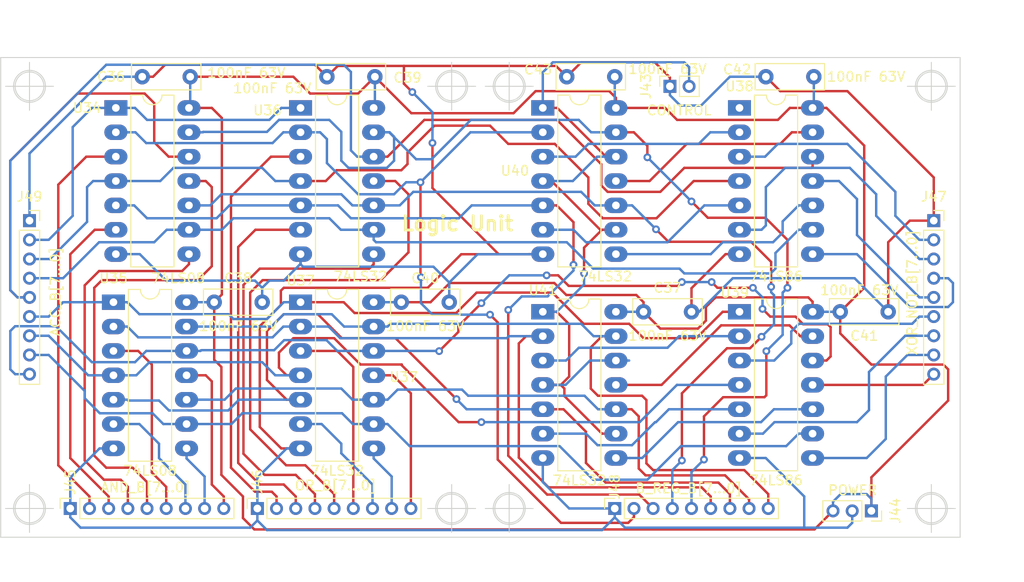
<source format=kicad_pcb>
(kicad_pcb (version 20171130) (host pcbnew 5.1.5+dfsg1-2build2)

  (general
    (thickness 1.6)
    (drawings 24)
    (tracks 815)
    (zones 0)
    (modules 23)
    (nets 52)
  )

  (page A4)
  (title_block
    (title "Logic Unit")
    (date 2021-02-15)
    (rev 2)
    (comment 1 "Tec. Henrique Silva")
  )

  (layers
    (0 F.Cu signal)
    (31 B.Cu signal)
    (32 B.Adhes user)
    (33 F.Adhes user)
    (34 B.Paste user)
    (35 F.Paste user)
    (36 B.SilkS user)
    (37 F.SilkS user)
    (38 B.Mask user)
    (39 F.Mask user)
    (40 Dwgs.User user)
    (41 Cmts.User user)
    (42 Eco1.User user)
    (43 Eco2.User user)
    (44 Edge.Cuts user)
    (45 Margin user)
    (46 B.CrtYd user)
    (47 F.CrtYd user)
    (48 B.Fab user)
    (49 F.Fab user)
  )

  (setup
    (last_trace_width 0.25)
    (trace_clearance 0.2)
    (zone_clearance 0.508)
    (zone_45_only no)
    (trace_min 0.2)
    (via_size 0.8)
    (via_drill 0.4)
    (via_min_size 0.4)
    (via_min_drill 0.3)
    (uvia_size 0.3)
    (uvia_drill 0.1)
    (uvias_allowed no)
    (uvia_min_size 0.2)
    (uvia_min_drill 0.1)
    (edge_width 0.1)
    (segment_width 0.2)
    (pcb_text_width 0.3)
    (pcb_text_size 1.5 1.5)
    (mod_edge_width 0.15)
    (mod_text_size 1 1)
    (mod_text_width 0.15)
    (pad_size 1.524 1.524)
    (pad_drill 0.762)
    (pad_to_mask_clearance 0)
    (aux_axis_origin 0 0)
    (visible_elements FFFFFF7F)
    (pcbplotparams
      (layerselection 0x010fc_ffffffff)
      (usegerberextensions false)
      (usegerberattributes false)
      (usegerberadvancedattributes false)
      (creategerberjobfile false)
      (excludeedgelayer true)
      (linewidth 0.100000)
      (plotframeref false)
      (viasonmask false)
      (mode 1)
      (useauxorigin false)
      (hpglpennumber 1)
      (hpglpenspeed 20)
      (hpglpendiameter 15.000000)
      (psnegative false)
      (psa4output false)
      (plotreference true)
      (plotvalue true)
      (plotinvisibletext false)
      (padsonsilk false)
      (subtractmaskfromsilk false)
      (outputformat 1)
      (mirror false)
      (drillshape 1)
      (scaleselection 1)
      (outputdirectory ""))
  )

  (net 0 "")
  (net 1 GND)
  (net 2 +5V)
  (net 3 \XOR|NOT)
  (net 4 and_b7)
  (net 5 and_b6)
  (net 6 and_b5)
  (net 7 and_b4)
  (net 8 and_b3)
  (net 9 and_b2)
  (net 10 and_b1)
  (net 11 and_b0)
  (net 12 or_b7)
  (net 13 or_b6)
  (net 14 or_b5)
  (net 15 or_b4)
  (net 16 or_b3)
  (net 17 or_b2)
  (net 18 or_b1)
  (net 19 or_b0)
  (net 20 xor_not_b7)
  (net 21 xor_not_b6)
  (net 22 xor_not_b5)
  (net 23 xor_not_b4)
  (net 24 xor_not_b3)
  (net 25 xor_not_b2)
  (net 26 xor_not_b1)
  (net 27 xor_not_b0)
  (net 28 b_reg_b7)
  (net 29 b_reg_b6)
  (net 30 b_reg_b5)
  (net 31 b_reg_b4)
  (net 32 b_reg_b3)
  (net 33 b_reg_b2)
  (net 34 b_reg_b1)
  (net 35 b_reg_b0)
  (net 36 acc_b7)
  (net 37 acc_b6)
  (net 38 acc_b5)
  (net 39 acc_b4)
  (net 40 acc_b3)
  (net 41 acc_b2)
  (net 42 acc_b1)
  (net 43 acc_b0)
  (net 44 "Net-(U38-Pad13)")
  (net 45 "Net-(U38-Pad5)")
  (net 46 "Net-(U38-Pad10)")
  (net 47 "Net-(U38-Pad2)")
  (net 48 "Net-(U39-Pad13)")
  (net 49 "Net-(U39-Pad5)")
  (net 50 "Net-(U39-Pad10)")
  (net 51 "Net-(U39-Pad2)")

  (net_class Default "This is the default net class."
    (clearance 0.2)
    (trace_width 0.25)
    (via_dia 0.8)
    (via_drill 0.4)
    (uvia_dia 0.3)
    (uvia_drill 0.1)
    (add_net +5V)
    (add_net GND)
    (add_net "Net-(U38-Pad10)")
    (add_net "Net-(U38-Pad13)")
    (add_net "Net-(U38-Pad2)")
    (add_net "Net-(U38-Pad5)")
    (add_net "Net-(U39-Pad10)")
    (add_net "Net-(U39-Pad13)")
    (add_net "Net-(U39-Pad2)")
    (add_net "Net-(U39-Pad5)")
    (add_net \XOR|NOT)
    (add_net acc_b0)
    (add_net acc_b1)
    (add_net acc_b2)
    (add_net acc_b3)
    (add_net acc_b4)
    (add_net acc_b5)
    (add_net acc_b6)
    (add_net acc_b7)
    (add_net and_b0)
    (add_net and_b1)
    (add_net and_b2)
    (add_net and_b3)
    (add_net and_b4)
    (add_net and_b5)
    (add_net and_b6)
    (add_net and_b7)
    (add_net b_reg_b0)
    (add_net b_reg_b1)
    (add_net b_reg_b2)
    (add_net b_reg_b3)
    (add_net b_reg_b4)
    (add_net b_reg_b5)
    (add_net b_reg_b6)
    (add_net b_reg_b7)
    (add_net or_b0)
    (add_net or_b1)
    (add_net or_b2)
    (add_net or_b3)
    (add_net or_b4)
    (add_net or_b5)
    (add_net or_b6)
    (add_net or_b7)
    (add_net xor_not_b0)
    (add_net xor_not_b1)
    (add_net xor_not_b2)
    (add_net xor_not_b3)
    (add_net xor_not_b4)
    (add_net xor_not_b5)
    (add_net xor_not_b6)
    (add_net xor_not_b7)
  )

  (module Package_DIP:DIP-14_W7.62mm_LongPads (layer F.Cu) (tedit 5A02E8C5) (tstamp 60283267)
    (at 117.75 101.5)
    (descr "14-lead though-hole mounted DIP package, row spacing 7.62 mm (300 mils), LongPads")
    (tags "THT DIP DIL PDIP 2.54mm 7.62mm 300mil LongPads")
    (path /5FFEDB2E)
    (fp_text reference U35 (at 0 -2.5) (layer F.SilkS)
      (effects (font (size 1 1) (thickness 0.15)))
    )
    (fp_text value 74LS08 (at 3.81 17.57) (layer F.SilkS)
      (effects (font (size 1 1) (thickness 0.15)))
    )
    (fp_text user %R (at 3.81 7.62) (layer F.Fab)
      (effects (font (size 1 1) (thickness 0.15)))
    )
    (fp_line (start 9.1 -1.55) (end -1.45 -1.55) (layer F.CrtYd) (width 0.05))
    (fp_line (start 9.1 16.8) (end 9.1 -1.55) (layer F.CrtYd) (width 0.05))
    (fp_line (start -1.45 16.8) (end 9.1 16.8) (layer F.CrtYd) (width 0.05))
    (fp_line (start -1.45 -1.55) (end -1.45 16.8) (layer F.CrtYd) (width 0.05))
    (fp_line (start 6.06 -1.33) (end 4.81 -1.33) (layer F.SilkS) (width 0.12))
    (fp_line (start 6.06 16.57) (end 6.06 -1.33) (layer F.SilkS) (width 0.12))
    (fp_line (start 1.56 16.57) (end 6.06 16.57) (layer F.SilkS) (width 0.12))
    (fp_line (start 1.56 -1.33) (end 1.56 16.57) (layer F.SilkS) (width 0.12))
    (fp_line (start 2.81 -1.33) (end 1.56 -1.33) (layer F.SilkS) (width 0.12))
    (fp_line (start 0.635 -0.27) (end 1.635 -1.27) (layer F.Fab) (width 0.1))
    (fp_line (start 0.635 16.51) (end 0.635 -0.27) (layer F.Fab) (width 0.1))
    (fp_line (start 6.985 16.51) (end 0.635 16.51) (layer F.Fab) (width 0.1))
    (fp_line (start 6.985 -1.27) (end 6.985 16.51) (layer F.Fab) (width 0.1))
    (fp_line (start 1.635 -1.27) (end 6.985 -1.27) (layer F.Fab) (width 0.1))
    (fp_arc (start 3.81 -1.33) (end 2.81 -1.33) (angle -180) (layer F.SilkS) (width 0.12))
    (pad 14 thru_hole oval (at 7.62 0) (size 2.4 1.6) (drill 0.8) (layers *.Cu *.Mask)
      (net 2 +5V))
    (pad 7 thru_hole oval (at 0 15.24) (size 2.4 1.6) (drill 0.8) (layers *.Cu *.Mask)
      (net 1 GND))
    (pad 13 thru_hole oval (at 7.62 2.54) (size 2.4 1.6) (drill 0.8) (layers *.Cu *.Mask)
      (net 28 b_reg_b7))
    (pad 6 thru_hole oval (at 0 12.7) (size 2.4 1.6) (drill 0.8) (layers *.Cu *.Mask)
      (net 6 and_b5))
    (pad 12 thru_hole oval (at 7.62 5.08) (size 2.4 1.6) (drill 0.8) (layers *.Cu *.Mask)
      (net 36 acc_b7))
    (pad 5 thru_hole oval (at 0 10.16) (size 2.4 1.6) (drill 0.8) (layers *.Cu *.Mask)
      (net 30 b_reg_b5))
    (pad 11 thru_hole oval (at 7.62 7.62) (size 2.4 1.6) (drill 0.8) (layers *.Cu *.Mask)
      (net 4 and_b7))
    (pad 4 thru_hole oval (at 0 7.62) (size 2.4 1.6) (drill 0.8) (layers *.Cu *.Mask)
      (net 38 acc_b5))
    (pad 10 thru_hole oval (at 7.62 10.16) (size 2.4 1.6) (drill 0.8) (layers *.Cu *.Mask)
      (net 29 b_reg_b6))
    (pad 3 thru_hole oval (at 0 5.08) (size 2.4 1.6) (drill 0.8) (layers *.Cu *.Mask)
      (net 7 and_b4))
    (pad 9 thru_hole oval (at 7.62 12.7) (size 2.4 1.6) (drill 0.8) (layers *.Cu *.Mask)
      (net 37 acc_b6))
    (pad 2 thru_hole oval (at 0 2.54) (size 2.4 1.6) (drill 0.8) (layers *.Cu *.Mask)
      (net 31 b_reg_b4))
    (pad 8 thru_hole oval (at 7.62 15.24) (size 2.4 1.6) (drill 0.8) (layers *.Cu *.Mask)
      (net 5 and_b6))
    (pad 1 thru_hole rect (at 0 0) (size 2.4 1.6) (drill 0.8) (layers *.Cu *.Mask)
      (net 39 acc_b4))
    (model ${KISYS3DMOD}/Package_DIP.3dshapes/DIP-14_W7.62mm.wrl
      (at (xyz 0 0 0))
      (scale (xyz 1 1 1))
      (rotate (xyz 0 0 0))
    )
  )

  (module Package_DIP:DIP-14_W7.62mm_LongPads (layer F.Cu) (tedit 5A02E8C5) (tstamp 602824C1)
    (at 162.5 102.5)
    (descr "14-lead though-hole mounted DIP package, row spacing 7.62 mm (300 mils), LongPads")
    (tags "THT DIP DIL PDIP 2.54mm 7.62mm 300mil LongPads")
    (path /6012D6CF)
    (fp_text reference U41 (at 0 -2.25) (layer F.SilkS)
      (effects (font (size 1 1) (thickness 0.15)))
    )
    (fp_text value 74LS32 (at 3.81 17.57) (layer F.SilkS)
      (effects (font (size 1 1) (thickness 0.15)))
    )
    (fp_text user %R (at 3.81 7.62) (layer F.Fab)
      (effects (font (size 1 1) (thickness 0.15)))
    )
    (fp_line (start 9.1 -1.55) (end -1.45 -1.55) (layer F.CrtYd) (width 0.05))
    (fp_line (start 9.1 16.8) (end 9.1 -1.55) (layer F.CrtYd) (width 0.05))
    (fp_line (start -1.45 16.8) (end 9.1 16.8) (layer F.CrtYd) (width 0.05))
    (fp_line (start -1.45 -1.55) (end -1.45 16.8) (layer F.CrtYd) (width 0.05))
    (fp_line (start 6.06 -1.33) (end 4.81 -1.33) (layer F.SilkS) (width 0.12))
    (fp_line (start 6.06 16.57) (end 6.06 -1.33) (layer F.SilkS) (width 0.12))
    (fp_line (start 1.56 16.57) (end 6.06 16.57) (layer F.SilkS) (width 0.12))
    (fp_line (start 1.56 -1.33) (end 1.56 16.57) (layer F.SilkS) (width 0.12))
    (fp_line (start 2.81 -1.33) (end 1.56 -1.33) (layer F.SilkS) (width 0.12))
    (fp_line (start 0.635 -0.27) (end 1.635 -1.27) (layer F.Fab) (width 0.1))
    (fp_line (start 0.635 16.51) (end 0.635 -0.27) (layer F.Fab) (width 0.1))
    (fp_line (start 6.985 16.51) (end 0.635 16.51) (layer F.Fab) (width 0.1))
    (fp_line (start 6.985 -1.27) (end 6.985 16.51) (layer F.Fab) (width 0.1))
    (fp_line (start 1.635 -1.27) (end 6.985 -1.27) (layer F.Fab) (width 0.1))
    (fp_arc (start 3.81 -1.33) (end 2.81 -1.33) (angle -180) (layer F.SilkS) (width 0.12))
    (pad 14 thru_hole oval (at 7.62 0) (size 2.4 1.6) (drill 0.8) (layers *.Cu *.Mask)
      (net 2 +5V))
    (pad 7 thru_hole oval (at 0 15.24) (size 2.4 1.6) (drill 0.8) (layers *.Cu *.Mask)
      (net 1 GND))
    (pad 13 thru_hole oval (at 7.62 2.54) (size 2.4 1.6) (drill 0.8) (layers *.Cu *.Mask)
      (net 28 b_reg_b7))
    (pad 6 thru_hole oval (at 0 12.7) (size 2.4 1.6) (drill 0.8) (layers *.Cu *.Mask)
      (net 49 "Net-(U39-Pad5)"))
    (pad 12 thru_hole oval (at 7.62 5.08) (size 2.4 1.6) (drill 0.8) (layers *.Cu *.Mask)
      (net 3 \XOR|NOT))
    (pad 5 thru_hole oval (at 0 10.16) (size 2.4 1.6) (drill 0.8) (layers *.Cu *.Mask)
      (net 30 b_reg_b5))
    (pad 11 thru_hole oval (at 7.62 7.62) (size 2.4 1.6) (drill 0.8) (layers *.Cu *.Mask)
      (net 48 "Net-(U39-Pad13)"))
    (pad 4 thru_hole oval (at 0 7.62) (size 2.4 1.6) (drill 0.8) (layers *.Cu *.Mask)
      (net 3 \XOR|NOT))
    (pad 10 thru_hole oval (at 7.62 10.16) (size 2.4 1.6) (drill 0.8) (layers *.Cu *.Mask)
      (net 29 b_reg_b6))
    (pad 3 thru_hole oval (at 0 5.08) (size 2.4 1.6) (drill 0.8) (layers *.Cu *.Mask)
      (net 51 "Net-(U39-Pad2)"))
    (pad 9 thru_hole oval (at 7.62 12.7) (size 2.4 1.6) (drill 0.8) (layers *.Cu *.Mask)
      (net 3 \XOR|NOT))
    (pad 2 thru_hole oval (at 0 2.54) (size 2.4 1.6) (drill 0.8) (layers *.Cu *.Mask)
      (net 31 b_reg_b4))
    (pad 8 thru_hole oval (at 7.62 15.24) (size 2.4 1.6) (drill 0.8) (layers *.Cu *.Mask)
      (net 50 "Net-(U39-Pad10)"))
    (pad 1 thru_hole rect (at 0 0) (size 2.4 1.6) (drill 0.8) (layers *.Cu *.Mask)
      (net 3 \XOR|NOT))
    (model ${KISYS3DMOD}/Package_DIP.3dshapes/DIP-14_W7.62mm.wrl
      (at (xyz 0 0 0))
      (scale (xyz 1 1 1))
      (rotate (xyz 0 0 0))
    )
  )

  (module Package_DIP:DIP-14_W7.62mm_LongPads (layer F.Cu) (tedit 5A02E8C5) (tstamp 602ABBED)
    (at 162.5 81.25)
    (descr "14-lead though-hole mounted DIP package, row spacing 7.62 mm (300 mils), LongPads")
    (tags "THT DIP DIL PDIP 2.54mm 7.62mm 300mil LongPads")
    (path /6012D6B1)
    (fp_text reference U40 (at -2.9 6.55) (layer F.SilkS)
      (effects (font (size 1 1) (thickness 0.15)))
    )
    (fp_text value 74LS32 (at 6.5 17.57) (layer F.SilkS)
      (effects (font (size 1 1) (thickness 0.15)))
    )
    (fp_text user %R (at 3.81 7.62) (layer F.Fab)
      (effects (font (size 1 1) (thickness 0.15)))
    )
    (fp_line (start 9.1 -1.55) (end -1.45 -1.55) (layer F.CrtYd) (width 0.05))
    (fp_line (start 9.1 16.8) (end 9.1 -1.55) (layer F.CrtYd) (width 0.05))
    (fp_line (start -1.45 16.8) (end 9.1 16.8) (layer F.CrtYd) (width 0.05))
    (fp_line (start -1.45 -1.55) (end -1.45 16.8) (layer F.CrtYd) (width 0.05))
    (fp_line (start 6.06 -1.33) (end 4.81 -1.33) (layer F.SilkS) (width 0.12))
    (fp_line (start 6.06 16.57) (end 6.06 -1.33) (layer F.SilkS) (width 0.12))
    (fp_line (start 1.56 16.57) (end 6.06 16.57) (layer F.SilkS) (width 0.12))
    (fp_line (start 1.56 -1.33) (end 1.56 16.57) (layer F.SilkS) (width 0.12))
    (fp_line (start 2.81 -1.33) (end 1.56 -1.33) (layer F.SilkS) (width 0.12))
    (fp_line (start 0.635 -0.27) (end 1.635 -1.27) (layer F.Fab) (width 0.1))
    (fp_line (start 0.635 16.51) (end 0.635 -0.27) (layer F.Fab) (width 0.1))
    (fp_line (start 6.985 16.51) (end 0.635 16.51) (layer F.Fab) (width 0.1))
    (fp_line (start 6.985 -1.27) (end 6.985 16.51) (layer F.Fab) (width 0.1))
    (fp_line (start 1.635 -1.27) (end 6.985 -1.27) (layer F.Fab) (width 0.1))
    (fp_arc (start 3.81 -1.33) (end 2.81 -1.33) (angle -180) (layer F.SilkS) (width 0.12))
    (pad 14 thru_hole oval (at 7.62 0) (size 2.4 1.6) (drill 0.8) (layers *.Cu *.Mask)
      (net 2 +5V))
    (pad 7 thru_hole oval (at 0 15.24) (size 2.4 1.6) (drill 0.8) (layers *.Cu *.Mask)
      (net 1 GND))
    (pad 13 thru_hole oval (at 7.62 2.54) (size 2.4 1.6) (drill 0.8) (layers *.Cu *.Mask)
      (net 32 b_reg_b3))
    (pad 6 thru_hole oval (at 0 12.7) (size 2.4 1.6) (drill 0.8) (layers *.Cu *.Mask)
      (net 45 "Net-(U38-Pad5)"))
    (pad 12 thru_hole oval (at 7.62 5.08) (size 2.4 1.6) (drill 0.8) (layers *.Cu *.Mask)
      (net 3 \XOR|NOT))
    (pad 5 thru_hole oval (at 0 10.16) (size 2.4 1.6) (drill 0.8) (layers *.Cu *.Mask)
      (net 34 b_reg_b1))
    (pad 11 thru_hole oval (at 7.62 7.62) (size 2.4 1.6) (drill 0.8) (layers *.Cu *.Mask)
      (net 44 "Net-(U38-Pad13)"))
    (pad 4 thru_hole oval (at 0 7.62) (size 2.4 1.6) (drill 0.8) (layers *.Cu *.Mask)
      (net 3 \XOR|NOT))
    (pad 10 thru_hole oval (at 7.62 10.16) (size 2.4 1.6) (drill 0.8) (layers *.Cu *.Mask)
      (net 33 b_reg_b2))
    (pad 3 thru_hole oval (at 0 5.08) (size 2.4 1.6) (drill 0.8) (layers *.Cu *.Mask)
      (net 47 "Net-(U38-Pad2)"))
    (pad 9 thru_hole oval (at 7.62 12.7) (size 2.4 1.6) (drill 0.8) (layers *.Cu *.Mask)
      (net 3 \XOR|NOT))
    (pad 2 thru_hole oval (at 0 2.54) (size 2.4 1.6) (drill 0.8) (layers *.Cu *.Mask)
      (net 35 b_reg_b0))
    (pad 8 thru_hole oval (at 7.62 15.24) (size 2.4 1.6) (drill 0.8) (layers *.Cu *.Mask)
      (net 46 "Net-(U38-Pad10)"))
    (pad 1 thru_hole rect (at 0 0) (size 2.4 1.6) (drill 0.8) (layers *.Cu *.Mask)
      (net 3 \XOR|NOT))
    (model ${KISYS3DMOD}/Package_DIP.3dshapes/DIP-14_W7.62mm.wrl
      (at (xyz 0 0 0))
      (scale (xyz 1 1 1))
      (rotate (xyz 0 0 0))
    )
  )

  (module Package_DIP:DIP-14_W7.62mm_LongPads (layer F.Cu) (tedit 5A02E8C5) (tstamp 6028247D)
    (at 183 102.5)
    (descr "14-lead though-hole mounted DIP package, row spacing 7.62 mm (300 mils), LongPads")
    (tags "THT DIP DIL PDIP 2.54mm 7.62mm 300mil LongPads")
    (path /605A598D)
    (fp_text reference U39 (at -0.5 -2) (layer F.SilkS)
      (effects (font (size 1 1) (thickness 0.15)))
    )
    (fp_text value 74LS86 (at 3.81 17.57) (layer F.SilkS)
      (effects (font (size 1 1) (thickness 0.15)))
    )
    (fp_text user %R (at 3.81 7.62) (layer F.Fab)
      (effects (font (size 1 1) (thickness 0.15)))
    )
    (fp_line (start 9.1 -1.55) (end -1.45 -1.55) (layer F.CrtYd) (width 0.05))
    (fp_line (start 9.1 16.8) (end 9.1 -1.55) (layer F.CrtYd) (width 0.05))
    (fp_line (start -1.45 16.8) (end 9.1 16.8) (layer F.CrtYd) (width 0.05))
    (fp_line (start -1.45 -1.55) (end -1.45 16.8) (layer F.CrtYd) (width 0.05))
    (fp_line (start 6.06 -1.33) (end 4.81 -1.33) (layer F.SilkS) (width 0.12))
    (fp_line (start 6.06 16.57) (end 6.06 -1.33) (layer F.SilkS) (width 0.12))
    (fp_line (start 1.56 16.57) (end 6.06 16.57) (layer F.SilkS) (width 0.12))
    (fp_line (start 1.56 -1.33) (end 1.56 16.57) (layer F.SilkS) (width 0.12))
    (fp_line (start 2.81 -1.33) (end 1.56 -1.33) (layer F.SilkS) (width 0.12))
    (fp_line (start 0.635 -0.27) (end 1.635 -1.27) (layer F.Fab) (width 0.1))
    (fp_line (start 0.635 16.51) (end 0.635 -0.27) (layer F.Fab) (width 0.1))
    (fp_line (start 6.985 16.51) (end 0.635 16.51) (layer F.Fab) (width 0.1))
    (fp_line (start 6.985 -1.27) (end 6.985 16.51) (layer F.Fab) (width 0.1))
    (fp_line (start 1.635 -1.27) (end 6.985 -1.27) (layer F.Fab) (width 0.1))
    (fp_arc (start 3.81 -1.33) (end 2.81 -1.33) (angle -180) (layer F.SilkS) (width 0.12))
    (pad 14 thru_hole oval (at 7.62 0) (size 2.4 1.6) (drill 0.8) (layers *.Cu *.Mask)
      (net 2 +5V))
    (pad 7 thru_hole oval (at 0 15.24) (size 2.4 1.6) (drill 0.8) (layers *.Cu *.Mask)
      (net 1 GND))
    (pad 13 thru_hole oval (at 7.62 2.54) (size 2.4 1.6) (drill 0.8) (layers *.Cu *.Mask)
      (net 48 "Net-(U39-Pad13)"))
    (pad 6 thru_hole oval (at 0 12.7) (size 2.4 1.6) (drill 0.8) (layers *.Cu *.Mask)
      (net 22 xor_not_b5))
    (pad 12 thru_hole oval (at 7.62 5.08) (size 2.4 1.6) (drill 0.8) (layers *.Cu *.Mask)
      (net 36 acc_b7))
    (pad 5 thru_hole oval (at 0 10.16) (size 2.4 1.6) (drill 0.8) (layers *.Cu *.Mask)
      (net 49 "Net-(U39-Pad5)"))
    (pad 11 thru_hole oval (at 7.62 7.62) (size 2.4 1.6) (drill 0.8) (layers *.Cu *.Mask)
      (net 20 xor_not_b7))
    (pad 4 thru_hole oval (at 0 7.62) (size 2.4 1.6) (drill 0.8) (layers *.Cu *.Mask)
      (net 38 acc_b5))
    (pad 10 thru_hole oval (at 7.62 10.16) (size 2.4 1.6) (drill 0.8) (layers *.Cu *.Mask)
      (net 50 "Net-(U39-Pad10)"))
    (pad 3 thru_hole oval (at 0 5.08) (size 2.4 1.6) (drill 0.8) (layers *.Cu *.Mask)
      (net 23 xor_not_b4))
    (pad 9 thru_hole oval (at 7.62 12.7) (size 2.4 1.6) (drill 0.8) (layers *.Cu *.Mask)
      (net 37 acc_b6))
    (pad 2 thru_hole oval (at 0 2.54) (size 2.4 1.6) (drill 0.8) (layers *.Cu *.Mask)
      (net 51 "Net-(U39-Pad2)"))
    (pad 8 thru_hole oval (at 7.62 15.24) (size 2.4 1.6) (drill 0.8) (layers *.Cu *.Mask)
      (net 21 xor_not_b6))
    (pad 1 thru_hole rect (at 0 0) (size 2.4 1.6) (drill 0.8) (layers *.Cu *.Mask)
      (net 39 acc_b4))
    (model ${KISYS3DMOD}/Package_DIP.3dshapes/DIP-14_W7.62mm.wrl
      (at (xyz 0 0 0))
      (scale (xyz 1 1 1))
      (rotate (xyz 0 0 0))
    )
  )

  (module Package_DIP:DIP-14_W7.62mm_LongPads (layer F.Cu) (tedit 5A02E8C5) (tstamp 6028245B)
    (at 183 81.25)
    (descr "14-lead though-hole mounted DIP package, row spacing 7.62 mm (300 mils), LongPads")
    (tags "THT DIP DIL PDIP 2.54mm 7.62mm 300mil LongPads")
    (path /6009A0DE)
    (fp_text reference U38 (at 0 -2.25) (layer F.SilkS)
      (effects (font (size 1 1) (thickness 0.15)))
    )
    (fp_text value 74LS86 (at 3.81 17.57) (layer F.SilkS)
      (effects (font (size 1 1) (thickness 0.15)))
    )
    (fp_text user %R (at 3.81 7.62) (layer F.Fab)
      (effects (font (size 1 1) (thickness 0.15)))
    )
    (fp_line (start 9.1 -1.55) (end -1.45 -1.55) (layer F.CrtYd) (width 0.05))
    (fp_line (start 9.1 16.8) (end 9.1 -1.55) (layer F.CrtYd) (width 0.05))
    (fp_line (start -1.45 16.8) (end 9.1 16.8) (layer F.CrtYd) (width 0.05))
    (fp_line (start -1.45 -1.55) (end -1.45 16.8) (layer F.CrtYd) (width 0.05))
    (fp_line (start 6.06 -1.33) (end 4.81 -1.33) (layer F.SilkS) (width 0.12))
    (fp_line (start 6.06 16.57) (end 6.06 -1.33) (layer F.SilkS) (width 0.12))
    (fp_line (start 1.56 16.57) (end 6.06 16.57) (layer F.SilkS) (width 0.12))
    (fp_line (start 1.56 -1.33) (end 1.56 16.57) (layer F.SilkS) (width 0.12))
    (fp_line (start 2.81 -1.33) (end 1.56 -1.33) (layer F.SilkS) (width 0.12))
    (fp_line (start 0.635 -0.27) (end 1.635 -1.27) (layer F.Fab) (width 0.1))
    (fp_line (start 0.635 16.51) (end 0.635 -0.27) (layer F.Fab) (width 0.1))
    (fp_line (start 6.985 16.51) (end 0.635 16.51) (layer F.Fab) (width 0.1))
    (fp_line (start 6.985 -1.27) (end 6.985 16.51) (layer F.Fab) (width 0.1))
    (fp_line (start 1.635 -1.27) (end 6.985 -1.27) (layer F.Fab) (width 0.1))
    (fp_arc (start 3.81 -1.33) (end 2.81 -1.33) (angle -180) (layer F.SilkS) (width 0.12))
    (pad 14 thru_hole oval (at 7.62 0) (size 2.4 1.6) (drill 0.8) (layers *.Cu *.Mask)
      (net 2 +5V))
    (pad 7 thru_hole oval (at 0 15.24) (size 2.4 1.6) (drill 0.8) (layers *.Cu *.Mask)
      (net 1 GND))
    (pad 13 thru_hole oval (at 7.62 2.54) (size 2.4 1.6) (drill 0.8) (layers *.Cu *.Mask)
      (net 44 "Net-(U38-Pad13)"))
    (pad 6 thru_hole oval (at 0 12.7) (size 2.4 1.6) (drill 0.8) (layers *.Cu *.Mask)
      (net 26 xor_not_b1))
    (pad 12 thru_hole oval (at 7.62 5.08) (size 2.4 1.6) (drill 0.8) (layers *.Cu *.Mask)
      (net 40 acc_b3))
    (pad 5 thru_hole oval (at 0 10.16) (size 2.4 1.6) (drill 0.8) (layers *.Cu *.Mask)
      (net 45 "Net-(U38-Pad5)"))
    (pad 11 thru_hole oval (at 7.62 7.62) (size 2.4 1.6) (drill 0.8) (layers *.Cu *.Mask)
      (net 24 xor_not_b3))
    (pad 4 thru_hole oval (at 0 7.62) (size 2.4 1.6) (drill 0.8) (layers *.Cu *.Mask)
      (net 42 acc_b1))
    (pad 10 thru_hole oval (at 7.62 10.16) (size 2.4 1.6) (drill 0.8) (layers *.Cu *.Mask)
      (net 46 "Net-(U38-Pad10)"))
    (pad 3 thru_hole oval (at 0 5.08) (size 2.4 1.6) (drill 0.8) (layers *.Cu *.Mask)
      (net 27 xor_not_b0))
    (pad 9 thru_hole oval (at 7.62 12.7) (size 2.4 1.6) (drill 0.8) (layers *.Cu *.Mask)
      (net 41 acc_b2))
    (pad 2 thru_hole oval (at 0 2.54) (size 2.4 1.6) (drill 0.8) (layers *.Cu *.Mask)
      (net 47 "Net-(U38-Pad2)"))
    (pad 8 thru_hole oval (at 7.62 15.24) (size 2.4 1.6) (drill 0.8) (layers *.Cu *.Mask)
      (net 25 xor_not_b2))
    (pad 1 thru_hole rect (at 0 0) (size 2.4 1.6) (drill 0.8) (layers *.Cu *.Mask)
      (net 43 acc_b0))
    (model ${KISYS3DMOD}/Package_DIP.3dshapes/DIP-14_W7.62mm.wrl
      (at (xyz 0 0 0))
      (scale (xyz 1 1 1))
      (rotate (xyz 0 0 0))
    )
  )

  (module Package_DIP:DIP-14_W7.62mm_LongPads (layer F.Cu) (tedit 5A02E8C5) (tstamp 602831B0)
    (at 137.25 101.5)
    (descr "14-lead though-hole mounted DIP package, row spacing 7.62 mm (300 mils), LongPads")
    (tags "THT DIP DIL PDIP 2.54mm 7.62mm 300mil LongPads")
    (path /60034549)
    (fp_text reference U37 (at 10.75 7.8) (layer F.SilkS)
      (effects (font (size 1 1) (thickness 0.15)))
    )
    (fp_text value 74LS32 (at 3.81 17.57) (layer F.SilkS)
      (effects (font (size 1 1) (thickness 0.15)))
    )
    (fp_text user %R (at 0 -2.25) (layer F.SilkS)
      (effects (font (size 1 1) (thickness 0.15)))
    )
    (fp_line (start 9.1 -1.55) (end -1.45 -1.55) (layer F.CrtYd) (width 0.05))
    (fp_line (start 9.1 16.8) (end 9.1 -1.55) (layer F.CrtYd) (width 0.05))
    (fp_line (start -1.45 16.8) (end 9.1 16.8) (layer F.CrtYd) (width 0.05))
    (fp_line (start -1.45 -1.55) (end -1.45 16.8) (layer F.CrtYd) (width 0.05))
    (fp_line (start 6.06 -1.33) (end 4.81 -1.33) (layer F.SilkS) (width 0.12))
    (fp_line (start 6.06 16.57) (end 6.06 -1.33) (layer F.SilkS) (width 0.12))
    (fp_line (start 1.56 16.57) (end 6.06 16.57) (layer F.SilkS) (width 0.12))
    (fp_line (start 1.56 -1.33) (end 1.56 16.57) (layer F.SilkS) (width 0.12))
    (fp_line (start 2.81 -1.33) (end 1.56 -1.33) (layer F.SilkS) (width 0.12))
    (fp_line (start 0.635 -0.27) (end 1.635 -1.27) (layer F.Fab) (width 0.1))
    (fp_line (start 0.635 16.51) (end 0.635 -0.27) (layer F.Fab) (width 0.1))
    (fp_line (start 6.985 16.51) (end 0.635 16.51) (layer F.Fab) (width 0.1))
    (fp_line (start 6.985 -1.27) (end 6.985 16.51) (layer F.Fab) (width 0.1))
    (fp_line (start 1.635 -1.27) (end 6.985 -1.27) (layer F.Fab) (width 0.1))
    (fp_arc (start 3.81 -1.33) (end 2.81 -1.33) (angle -180) (layer F.SilkS) (width 0.12))
    (pad 14 thru_hole oval (at 7.62 0) (size 2.4 1.6) (drill 0.8) (layers *.Cu *.Mask)
      (net 2 +5V))
    (pad 7 thru_hole oval (at 0 15.24) (size 2.4 1.6) (drill 0.8) (layers *.Cu *.Mask)
      (net 1 GND))
    (pad 13 thru_hole oval (at 7.62 2.54) (size 2.4 1.6) (drill 0.8) (layers *.Cu *.Mask)
      (net 28 b_reg_b7))
    (pad 6 thru_hole oval (at 0 12.7) (size 2.4 1.6) (drill 0.8) (layers *.Cu *.Mask)
      (net 14 or_b5))
    (pad 12 thru_hole oval (at 7.62 5.08) (size 2.4 1.6) (drill 0.8) (layers *.Cu *.Mask)
      (net 36 acc_b7))
    (pad 5 thru_hole oval (at 0 10.16) (size 2.4 1.6) (drill 0.8) (layers *.Cu *.Mask)
      (net 30 b_reg_b5))
    (pad 11 thru_hole oval (at 7.62 7.62) (size 2.4 1.6) (drill 0.8) (layers *.Cu *.Mask)
      (net 12 or_b7))
    (pad 4 thru_hole oval (at 0 7.62) (size 2.4 1.6) (drill 0.8) (layers *.Cu *.Mask)
      (net 38 acc_b5))
    (pad 10 thru_hole oval (at 7.62 10.16) (size 2.4 1.6) (drill 0.8) (layers *.Cu *.Mask)
      (net 29 b_reg_b6))
    (pad 3 thru_hole oval (at 0 5.08) (size 2.4 1.6) (drill 0.8) (layers *.Cu *.Mask)
      (net 15 or_b4))
    (pad 9 thru_hole oval (at 7.62 12.7) (size 2.4 1.6) (drill 0.8) (layers *.Cu *.Mask)
      (net 37 acc_b6))
    (pad 2 thru_hole oval (at 0 2.54) (size 2.4 1.6) (drill 0.8) (layers *.Cu *.Mask)
      (net 31 b_reg_b4))
    (pad 8 thru_hole oval (at 7.62 15.24) (size 2.4 1.6) (drill 0.8) (layers *.Cu *.Mask)
      (net 13 or_b6))
    (pad 1 thru_hole rect (at 0 0) (size 2.4 1.6) (drill 0.8) (layers *.Cu *.Mask)
      (net 39 acc_b4))
    (model ${KISYS3DMOD}/Package_DIP.3dshapes/DIP-14_W7.62mm.wrl
      (at (xyz 0 0 0))
      (scale (xyz 1 1 1))
      (rotate (xyz 0 0 0))
    )
  )

  (module Package_DIP:DIP-14_W7.62mm_LongPads (layer F.Cu) (tedit 5A02E8C5) (tstamp 602832CA)
    (at 137.25 81.25)
    (descr "14-lead though-hole mounted DIP package, row spacing 7.62 mm (300 mils), LongPads")
    (tags "THT DIP DIL PDIP 2.54mm 7.62mm 300mil LongPads")
    (path /6001E15D)
    (fp_text reference U36 (at -3.45 0.25) (layer F.SilkS)
      (effects (font (size 1 1) (thickness 0.15)))
    )
    (fp_text value 74LS32 (at 6.25 17.57) (layer F.SilkS)
      (effects (font (size 1 1) (thickness 0.15)))
    )
    (fp_text user %R (at 3.81 7.62) (layer F.Fab)
      (effects (font (size 1 1) (thickness 0.15)))
    )
    (fp_line (start 9.1 -1.55) (end -1.45 -1.55) (layer F.CrtYd) (width 0.05))
    (fp_line (start 9.1 16.8) (end 9.1 -1.55) (layer F.CrtYd) (width 0.05))
    (fp_line (start -1.45 16.8) (end 9.1 16.8) (layer F.CrtYd) (width 0.05))
    (fp_line (start -1.45 -1.55) (end -1.45 16.8) (layer F.CrtYd) (width 0.05))
    (fp_line (start 6.06 -1.33) (end 4.81 -1.33) (layer F.SilkS) (width 0.12))
    (fp_line (start 6.06 16.57) (end 6.06 -1.33) (layer F.SilkS) (width 0.12))
    (fp_line (start 1.56 16.57) (end 6.06 16.57) (layer F.SilkS) (width 0.12))
    (fp_line (start 1.56 -1.33) (end 1.56 16.57) (layer F.SilkS) (width 0.12))
    (fp_line (start 2.81 -1.33) (end 1.56 -1.33) (layer F.SilkS) (width 0.12))
    (fp_line (start 0.635 -0.27) (end 1.635 -1.27) (layer F.Fab) (width 0.1))
    (fp_line (start 0.635 16.51) (end 0.635 -0.27) (layer F.Fab) (width 0.1))
    (fp_line (start 6.985 16.51) (end 0.635 16.51) (layer F.Fab) (width 0.1))
    (fp_line (start 6.985 -1.27) (end 6.985 16.51) (layer F.Fab) (width 0.1))
    (fp_line (start 1.635 -1.27) (end 6.985 -1.27) (layer F.Fab) (width 0.1))
    (fp_arc (start 3.81 -1.33) (end 2.81 -1.33) (angle -180) (layer F.SilkS) (width 0.12))
    (pad 14 thru_hole oval (at 7.62 0) (size 2.4 1.6) (drill 0.8) (layers *.Cu *.Mask)
      (net 2 +5V))
    (pad 7 thru_hole oval (at 0 15.24) (size 2.4 1.6) (drill 0.8) (layers *.Cu *.Mask)
      (net 1 GND))
    (pad 13 thru_hole oval (at 7.62 2.54) (size 2.4 1.6) (drill 0.8) (layers *.Cu *.Mask)
      (net 32 b_reg_b3))
    (pad 6 thru_hole oval (at 0 12.7) (size 2.4 1.6) (drill 0.8) (layers *.Cu *.Mask)
      (net 18 or_b1))
    (pad 12 thru_hole oval (at 7.62 5.08) (size 2.4 1.6) (drill 0.8) (layers *.Cu *.Mask)
      (net 40 acc_b3))
    (pad 5 thru_hole oval (at 0 10.16) (size 2.4 1.6) (drill 0.8) (layers *.Cu *.Mask)
      (net 34 b_reg_b1))
    (pad 11 thru_hole oval (at 7.62 7.62) (size 2.4 1.6) (drill 0.8) (layers *.Cu *.Mask)
      (net 16 or_b3))
    (pad 4 thru_hole oval (at 0 7.62) (size 2.4 1.6) (drill 0.8) (layers *.Cu *.Mask)
      (net 42 acc_b1))
    (pad 10 thru_hole oval (at 7.62 10.16) (size 2.4 1.6) (drill 0.8) (layers *.Cu *.Mask)
      (net 33 b_reg_b2))
    (pad 3 thru_hole oval (at 0 5.08) (size 2.4 1.6) (drill 0.8) (layers *.Cu *.Mask)
      (net 19 or_b0))
    (pad 9 thru_hole oval (at 7.62 12.7) (size 2.4 1.6) (drill 0.8) (layers *.Cu *.Mask)
      (net 41 acc_b2))
    (pad 2 thru_hole oval (at 0 2.54) (size 2.4 1.6) (drill 0.8) (layers *.Cu *.Mask)
      (net 35 b_reg_b0))
    (pad 8 thru_hole oval (at 7.62 15.24) (size 2.4 1.6) (drill 0.8) (layers *.Cu *.Mask)
      (net 17 or_b2))
    (pad 1 thru_hole rect (at 0 0) (size 2.4 1.6) (drill 0.8) (layers *.Cu *.Mask)
      (net 43 acc_b0))
    (model ${KISYS3DMOD}/Package_DIP.3dshapes/DIP-14_W7.62mm.wrl
      (at (xyz 0 0 0))
      (scale (xyz 1 1 1))
      (rotate (xyz 0 0 0))
    )
  )

  (module Package_DIP:DIP-14_W7.62mm_LongPads (layer F.Cu) (tedit 5A02E8C5) (tstamp 6028314D)
    (at 118 81.25)
    (descr "14-lead though-hole mounted DIP package, row spacing 7.62 mm (300 mils), LongPads")
    (tags "THT DIP DIL PDIP 2.54mm 7.62mm 300mil LongPads")
    (path /5FFC14FE)
    (fp_text reference U34 (at -3 0) (layer F.SilkS)
      (effects (font (size 1 1) (thickness 0.15)))
    )
    (fp_text value 74LS08 (at 6.5 17.75) (layer F.SilkS)
      (effects (font (size 1 1) (thickness 0.15)))
    )
    (fp_text user %R (at 3.81 7.62) (layer F.Fab)
      (effects (font (size 1 1) (thickness 0.15)))
    )
    (fp_line (start 9.1 -1.55) (end -1.45 -1.55) (layer F.CrtYd) (width 0.05))
    (fp_line (start 9.1 16.8) (end 9.1 -1.55) (layer F.CrtYd) (width 0.05))
    (fp_line (start -1.45 16.8) (end 9.1 16.8) (layer F.CrtYd) (width 0.05))
    (fp_line (start -1.45 -1.55) (end -1.45 16.8) (layer F.CrtYd) (width 0.05))
    (fp_line (start 6.06 -1.33) (end 4.81 -1.33) (layer F.SilkS) (width 0.12))
    (fp_line (start 6.06 16.57) (end 6.06 -1.33) (layer F.SilkS) (width 0.12))
    (fp_line (start 1.56 16.57) (end 6.06 16.57) (layer F.SilkS) (width 0.12))
    (fp_line (start 1.56 -1.33) (end 1.56 16.57) (layer F.SilkS) (width 0.12))
    (fp_line (start 2.81 -1.33) (end 1.56 -1.33) (layer F.SilkS) (width 0.12))
    (fp_line (start 0.635 -0.27) (end 1.635 -1.27) (layer F.Fab) (width 0.1))
    (fp_line (start 0.635 16.51) (end 0.635 -0.27) (layer F.Fab) (width 0.1))
    (fp_line (start 6.985 16.51) (end 0.635 16.51) (layer F.Fab) (width 0.1))
    (fp_line (start 6.985 -1.27) (end 6.985 16.51) (layer F.Fab) (width 0.1))
    (fp_line (start 1.635 -1.27) (end 6.985 -1.27) (layer F.Fab) (width 0.1))
    (fp_arc (start 3.81 -1.33) (end 2.81 -1.33) (angle -180) (layer F.SilkS) (width 0.12))
    (pad 14 thru_hole oval (at 7.62 0) (size 2.4 1.6) (drill 0.8) (layers *.Cu *.Mask)
      (net 2 +5V))
    (pad 7 thru_hole oval (at 0 15.24) (size 2.4 1.6) (drill 0.8) (layers *.Cu *.Mask)
      (net 1 GND))
    (pad 13 thru_hole oval (at 7.62 2.54) (size 2.4 1.6) (drill 0.8) (layers *.Cu *.Mask)
      (net 32 b_reg_b3))
    (pad 6 thru_hole oval (at 0 12.7) (size 2.4 1.6) (drill 0.8) (layers *.Cu *.Mask)
      (net 10 and_b1))
    (pad 12 thru_hole oval (at 7.62 5.08) (size 2.4 1.6) (drill 0.8) (layers *.Cu *.Mask)
      (net 40 acc_b3))
    (pad 5 thru_hole oval (at 0 10.16) (size 2.4 1.6) (drill 0.8) (layers *.Cu *.Mask)
      (net 34 b_reg_b1))
    (pad 11 thru_hole oval (at 7.62 7.62) (size 2.4 1.6) (drill 0.8) (layers *.Cu *.Mask)
      (net 8 and_b3))
    (pad 4 thru_hole oval (at 0 7.62) (size 2.4 1.6) (drill 0.8) (layers *.Cu *.Mask)
      (net 42 acc_b1))
    (pad 10 thru_hole oval (at 7.62 10.16) (size 2.4 1.6) (drill 0.8) (layers *.Cu *.Mask)
      (net 33 b_reg_b2))
    (pad 3 thru_hole oval (at 0 5.08) (size 2.4 1.6) (drill 0.8) (layers *.Cu *.Mask)
      (net 11 and_b0))
    (pad 9 thru_hole oval (at 7.62 12.7) (size 2.4 1.6) (drill 0.8) (layers *.Cu *.Mask)
      (net 41 acc_b2))
    (pad 2 thru_hole oval (at 0 2.54) (size 2.4 1.6) (drill 0.8) (layers *.Cu *.Mask)
      (net 35 b_reg_b0))
    (pad 8 thru_hole oval (at 7.62 15.24) (size 2.4 1.6) (drill 0.8) (layers *.Cu *.Mask)
      (net 9 and_b2))
    (pad 1 thru_hole rect (at 0 0) (size 2.4 1.6) (drill 0.8) (layers *.Cu *.Mask)
      (net 43 acc_b0))
    (model ${KISYS3DMOD}/Package_DIP.3dshapes/DIP-14_W7.62mm.wrl
      (at (xyz 0 0 0))
      (scale (xyz 1 1 1))
      (rotate (xyz 0 0 0))
    )
  )

  (module Connector_PinSocket_2.00mm:PinSocket_1x09_P2.00mm_Vertical (layer F.Cu) (tedit 5A19A42B) (tstamp 602823B1)
    (at 109 93)
    (descr "Through hole straight socket strip, 1x09, 2.00mm pitch, single row (from Kicad 4.0.7), script generated")
    (tags "Through hole socket strip THT 1x09 2.00mm single row")
    (path /618C1E2C)
    (fp_text reference J49 (at 0 -2.5) (layer F.SilkS)
      (effects (font (size 1 1) (thickness 0.15)))
    )
    (fp_text value ACC_B[7...0] (at 2.7 7.4 90) (layer F.SilkS)
      (effects (font (size 1 1) (thickness 0.15)))
    )
    (fp_text user %R (at 0 8 90) (layer F.Fab)
      (effects (font (size 1 1) (thickness 0.15)))
    )
    (fp_line (start -1.5 17.5) (end -1.5 -1.5) (layer F.CrtYd) (width 0.05))
    (fp_line (start 1.5 17.5) (end -1.5 17.5) (layer F.CrtYd) (width 0.05))
    (fp_line (start 1.5 -1.5) (end 1.5 17.5) (layer F.CrtYd) (width 0.05))
    (fp_line (start -1.5 -1.5) (end 1.5 -1.5) (layer F.CrtYd) (width 0.05))
    (fp_line (start 0 -1.06) (end 1.06 -1.06) (layer F.SilkS) (width 0.12))
    (fp_line (start 1.06 -1.06) (end 1.06 0) (layer F.SilkS) (width 0.12))
    (fp_line (start 1.06 1) (end 1.06 17.06) (layer F.SilkS) (width 0.12))
    (fp_line (start -1.06 17.06) (end 1.06 17.06) (layer F.SilkS) (width 0.12))
    (fp_line (start -1.06 1) (end -1.06 17.06) (layer F.SilkS) (width 0.12))
    (fp_line (start -1.06 1) (end 1.06 1) (layer F.SilkS) (width 0.12))
    (fp_line (start -1 17) (end -1 -1) (layer F.Fab) (width 0.1))
    (fp_line (start 1 17) (end -1 17) (layer F.Fab) (width 0.1))
    (fp_line (start 1 -0.5) (end 1 17) (layer F.Fab) (width 0.1))
    (fp_line (start 0.5 -1) (end 1 -0.5) (layer F.Fab) (width 0.1))
    (fp_line (start -1 -1) (end 0.5 -1) (layer F.Fab) (width 0.1))
    (pad 9 thru_hole oval (at 0 16) (size 1.35 1.35) (drill 0.8) (layers *.Cu *.Mask)
      (net 36 acc_b7))
    (pad 8 thru_hole oval (at 0 14) (size 1.35 1.35) (drill 0.8) (layers *.Cu *.Mask)
      (net 37 acc_b6))
    (pad 7 thru_hole oval (at 0 12) (size 1.35 1.35) (drill 0.8) (layers *.Cu *.Mask)
      (net 38 acc_b5))
    (pad 6 thru_hole oval (at 0 10) (size 1.35 1.35) (drill 0.8) (layers *.Cu *.Mask)
      (net 39 acc_b4))
    (pad 5 thru_hole oval (at 0 8) (size 1.35 1.35) (drill 0.8) (layers *.Cu *.Mask)
      (net 40 acc_b3))
    (pad 4 thru_hole oval (at 0 6) (size 1.35 1.35) (drill 0.8) (layers *.Cu *.Mask)
      (net 41 acc_b2))
    (pad 3 thru_hole oval (at 0 4) (size 1.35 1.35) (drill 0.8) (layers *.Cu *.Mask)
      (net 42 acc_b1))
    (pad 2 thru_hole oval (at 0 2) (size 1.35 1.35) (drill 0.8) (layers *.Cu *.Mask)
      (net 43 acc_b0))
    (pad 1 thru_hole rect (at 0 0) (size 1.35 1.35) (drill 0.8) (layers *.Cu *.Mask)
      (net 1 GND))
    (model ${KISYS3DMOD}/Connector_PinSocket_2.00mm.3dshapes/PinSocket_1x09_P2.00mm_Vertical.wrl
      (at (xyz 0 0 0))
      (scale (xyz 1 1 1))
      (rotate (xyz 0 0 0))
    )
  )

  (module Connector_PinSocket_2.00mm:PinSocket_1x09_P2.00mm_Vertical (layer F.Cu) (tedit 5A19A42B) (tstamp 60282394)
    (at 170 123 90)
    (descr "Through hole straight socket strip, 1x09, 2.00mm pitch, single row (from Kicad 4.0.7), script generated")
    (tags "Through hole socket strip THT 1x09 2.00mm single row")
    (path /618C1E52)
    (fp_text reference J48 (at 2.25 0 90) (layer F.SilkS)
      (effects (font (size 1 1) (thickness 0.15)))
    )
    (fp_text value B_REG_B[7...0] (at 2.1 7.7 180) (layer F.SilkS)
      (effects (font (size 1 1) (thickness 0.15)))
    )
    (fp_text user %R (at 0 8) (layer F.Fab)
      (effects (font (size 1 1) (thickness 0.15)))
    )
    (fp_line (start -1.5 17.5) (end -1.5 -1.5) (layer F.CrtYd) (width 0.05))
    (fp_line (start 1.5 17.5) (end -1.5 17.5) (layer F.CrtYd) (width 0.05))
    (fp_line (start 1.5 -1.5) (end 1.5 17.5) (layer F.CrtYd) (width 0.05))
    (fp_line (start -1.5 -1.5) (end 1.5 -1.5) (layer F.CrtYd) (width 0.05))
    (fp_line (start 0 -1.06) (end 1.06 -1.06) (layer F.SilkS) (width 0.12))
    (fp_line (start 1.06 -1.06) (end 1.06 0) (layer F.SilkS) (width 0.12))
    (fp_line (start 1.06 1) (end 1.06 17.06) (layer F.SilkS) (width 0.12))
    (fp_line (start -1.06 17.06) (end 1.06 17.06) (layer F.SilkS) (width 0.12))
    (fp_line (start -1.06 1) (end -1.06 17.06) (layer F.SilkS) (width 0.12))
    (fp_line (start -1.06 1) (end 1.06 1) (layer F.SilkS) (width 0.12))
    (fp_line (start -1 17) (end -1 -1) (layer F.Fab) (width 0.1))
    (fp_line (start 1 17) (end -1 17) (layer F.Fab) (width 0.1))
    (fp_line (start 1 -0.5) (end 1 17) (layer F.Fab) (width 0.1))
    (fp_line (start 0.5 -1) (end 1 -0.5) (layer F.Fab) (width 0.1))
    (fp_line (start -1 -1) (end 0.5 -1) (layer F.Fab) (width 0.1))
    (pad 9 thru_hole oval (at 0 16 90) (size 1.35 1.35) (drill 0.8) (layers *.Cu *.Mask)
      (net 28 b_reg_b7))
    (pad 8 thru_hole oval (at 0 14 90) (size 1.35 1.35) (drill 0.8) (layers *.Cu *.Mask)
      (net 29 b_reg_b6))
    (pad 7 thru_hole oval (at 0 12 90) (size 1.35 1.35) (drill 0.8) (layers *.Cu *.Mask)
      (net 30 b_reg_b5))
    (pad 6 thru_hole oval (at 0 10 90) (size 1.35 1.35) (drill 0.8) (layers *.Cu *.Mask)
      (net 31 b_reg_b4))
    (pad 5 thru_hole oval (at 0 8 90) (size 1.35 1.35) (drill 0.8) (layers *.Cu *.Mask)
      (net 32 b_reg_b3))
    (pad 4 thru_hole oval (at 0 6 90) (size 1.35 1.35) (drill 0.8) (layers *.Cu *.Mask)
      (net 33 b_reg_b2))
    (pad 3 thru_hole oval (at 0 4 90) (size 1.35 1.35) (drill 0.8) (layers *.Cu *.Mask)
      (net 34 b_reg_b1))
    (pad 2 thru_hole oval (at 0 2 90) (size 1.35 1.35) (drill 0.8) (layers *.Cu *.Mask)
      (net 35 b_reg_b0))
    (pad 1 thru_hole rect (at 0 0 90) (size 1.35 1.35) (drill 0.8) (layers *.Cu *.Mask)
      (net 1 GND))
    (model ${KISYS3DMOD}/Connector_PinSocket_2.00mm.3dshapes/PinSocket_1x09_P2.00mm_Vertical.wrl
      (at (xyz 0 0 0))
      (scale (xyz 1 1 1))
      (rotate (xyz 0 0 0))
    )
  )

  (module Connector_PinSocket_2.00mm:PinSocket_1x09_P2.00mm_Vertical (layer F.Cu) (tedit 5A19A42B) (tstamp 60282EEB)
    (at 203.25 93)
    (descr "Through hole straight socket strip, 1x09, 2.00mm pitch, single row (from Kicad 4.0.7), script generated")
    (tags "Through hole socket strip THT 1x09 2.00mm single row")
    (path /618C1D98)
    (fp_text reference J47 (at 0 -2.5) (layer F.SilkS)
      (effects (font (size 1 1) (thickness 0.15)))
    )
    (fp_text value XOR_NOT_B[7...0] (at -2.25 7.5 90) (layer F.SilkS)
      (effects (font (size 1 1) (thickness 0.15)))
    )
    (fp_text user %R (at 0 8 90) (layer F.Fab)
      (effects (font (size 1 1) (thickness 0.15)))
    )
    (fp_line (start -1.5 17.5) (end -1.5 -1.5) (layer F.CrtYd) (width 0.05))
    (fp_line (start 1.5 17.5) (end -1.5 17.5) (layer F.CrtYd) (width 0.05))
    (fp_line (start 1.5 -1.5) (end 1.5 17.5) (layer F.CrtYd) (width 0.05))
    (fp_line (start -1.5 -1.5) (end 1.5 -1.5) (layer F.CrtYd) (width 0.05))
    (fp_line (start 0 -1.06) (end 1.06 -1.06) (layer F.SilkS) (width 0.12))
    (fp_line (start 1.06 -1.06) (end 1.06 0) (layer F.SilkS) (width 0.12))
    (fp_line (start 1.06 1) (end 1.06 17.06) (layer F.SilkS) (width 0.12))
    (fp_line (start -1.06 17.06) (end 1.06 17.06) (layer F.SilkS) (width 0.12))
    (fp_line (start -1.06 1) (end -1.06 17.06) (layer F.SilkS) (width 0.12))
    (fp_line (start -1.06 1) (end 1.06 1) (layer F.SilkS) (width 0.12))
    (fp_line (start -1 17) (end -1 -1) (layer F.Fab) (width 0.1))
    (fp_line (start 1 17) (end -1 17) (layer F.Fab) (width 0.1))
    (fp_line (start 1 -0.5) (end 1 17) (layer F.Fab) (width 0.1))
    (fp_line (start 0.5 -1) (end 1 -0.5) (layer F.Fab) (width 0.1))
    (fp_line (start -1 -1) (end 0.5 -1) (layer F.Fab) (width 0.1))
    (pad 9 thru_hole oval (at 0 16) (size 1.35 1.35) (drill 0.8) (layers *.Cu *.Mask)
      (net 20 xor_not_b7))
    (pad 8 thru_hole oval (at 0 14) (size 1.35 1.35) (drill 0.8) (layers *.Cu *.Mask)
      (net 21 xor_not_b6))
    (pad 7 thru_hole oval (at 0 12) (size 1.35 1.35) (drill 0.8) (layers *.Cu *.Mask)
      (net 22 xor_not_b5))
    (pad 6 thru_hole oval (at 0 10) (size 1.35 1.35) (drill 0.8) (layers *.Cu *.Mask)
      (net 23 xor_not_b4))
    (pad 5 thru_hole oval (at 0 8) (size 1.35 1.35) (drill 0.8) (layers *.Cu *.Mask)
      (net 24 xor_not_b3))
    (pad 4 thru_hole oval (at 0 6) (size 1.35 1.35) (drill 0.8) (layers *.Cu *.Mask)
      (net 25 xor_not_b2))
    (pad 3 thru_hole oval (at 0 4) (size 1.35 1.35) (drill 0.8) (layers *.Cu *.Mask)
      (net 26 xor_not_b1))
    (pad 2 thru_hole oval (at 0 2) (size 1.35 1.35) (drill 0.8) (layers *.Cu *.Mask)
      (net 27 xor_not_b0))
    (pad 1 thru_hole rect (at 0 0) (size 1.35 1.35) (drill 0.8) (layers *.Cu *.Mask)
      (net 1 GND))
    (model ${KISYS3DMOD}/Connector_PinSocket_2.00mm.3dshapes/PinSocket_1x09_P2.00mm_Vertical.wrl
      (at (xyz 0 0 0))
      (scale (xyz 1 1 1))
      (rotate (xyz 0 0 0))
    )
  )

  (module Connector_PinSocket_2.00mm:PinSocket_1x09_P2.00mm_Vertical (layer F.Cu) (tedit 5A19A42B) (tstamp 602830F4)
    (at 132.75 123 90)
    (descr "Through hole straight socket strip, 1x09, 2.00mm pitch, single row (from Kicad 4.0.7), script generated")
    (tags "Through hole socket strip THT 1x09 2.00mm single row")
    (path /618C1D7A)
    (fp_text reference J46 (at 2.75 0 90) (layer F.SilkS)
      (effects (font (size 1 1) (thickness 0.15)))
    )
    (fp_text value OR_B[7...0] (at 2.4 8.15 180) (layer F.SilkS)
      (effects (font (size 1 1) (thickness 0.15)))
    )
    (fp_text user %R (at 0 8) (layer F.Fab)
      (effects (font (size 1 1) (thickness 0.15)))
    )
    (fp_line (start -1.5 17.5) (end -1.5 -1.5) (layer F.CrtYd) (width 0.05))
    (fp_line (start 1.5 17.5) (end -1.5 17.5) (layer F.CrtYd) (width 0.05))
    (fp_line (start 1.5 -1.5) (end 1.5 17.5) (layer F.CrtYd) (width 0.05))
    (fp_line (start -1.5 -1.5) (end 1.5 -1.5) (layer F.CrtYd) (width 0.05))
    (fp_line (start 0 -1.06) (end 1.06 -1.06) (layer F.SilkS) (width 0.12))
    (fp_line (start 1.06 -1.06) (end 1.06 0) (layer F.SilkS) (width 0.12))
    (fp_line (start 1.06 1) (end 1.06 17.06) (layer F.SilkS) (width 0.12))
    (fp_line (start -1.06 17.06) (end 1.06 17.06) (layer F.SilkS) (width 0.12))
    (fp_line (start -1.06 1) (end -1.06 17.06) (layer F.SilkS) (width 0.12))
    (fp_line (start -1.06 1) (end 1.06 1) (layer F.SilkS) (width 0.12))
    (fp_line (start -1 17) (end -1 -1) (layer F.Fab) (width 0.1))
    (fp_line (start 1 17) (end -1 17) (layer F.Fab) (width 0.1))
    (fp_line (start 1 -0.5) (end 1 17) (layer F.Fab) (width 0.1))
    (fp_line (start 0.5 -1) (end 1 -0.5) (layer F.Fab) (width 0.1))
    (fp_line (start -1 -1) (end 0.5 -1) (layer F.Fab) (width 0.1))
    (pad 9 thru_hole oval (at 0 16 90) (size 1.35 1.35) (drill 0.8) (layers *.Cu *.Mask)
      (net 12 or_b7))
    (pad 8 thru_hole oval (at 0 14 90) (size 1.35 1.35) (drill 0.8) (layers *.Cu *.Mask)
      (net 13 or_b6))
    (pad 7 thru_hole oval (at 0 12 90) (size 1.35 1.35) (drill 0.8) (layers *.Cu *.Mask)
      (net 14 or_b5))
    (pad 6 thru_hole oval (at 0 10 90) (size 1.35 1.35) (drill 0.8) (layers *.Cu *.Mask)
      (net 15 or_b4))
    (pad 5 thru_hole oval (at 0 8 90) (size 1.35 1.35) (drill 0.8) (layers *.Cu *.Mask)
      (net 16 or_b3))
    (pad 4 thru_hole oval (at 0 6 90) (size 1.35 1.35) (drill 0.8) (layers *.Cu *.Mask)
      (net 17 or_b2))
    (pad 3 thru_hole oval (at 0 4 90) (size 1.35 1.35) (drill 0.8) (layers *.Cu *.Mask)
      (net 18 or_b1))
    (pad 2 thru_hole oval (at 0 2 90) (size 1.35 1.35) (drill 0.8) (layers *.Cu *.Mask)
      (net 19 or_b0))
    (pad 1 thru_hole rect (at 0 0 90) (size 1.35 1.35) (drill 0.8) (layers *.Cu *.Mask)
      (net 1 GND))
    (model ${KISYS3DMOD}/Connector_PinSocket_2.00mm.3dshapes/PinSocket_1x09_P2.00mm_Vertical.wrl
      (at (xyz 0 0 0))
      (scale (xyz 1 1 1))
      (rotate (xyz 0 0 0))
    )
  )

  (module Connector_PinSocket_2.00mm:PinSocket_1x09_P2.00mm_Vertical (layer F.Cu) (tedit 5A19A42B) (tstamp 6028320E)
    (at 113.25 123 90)
    (descr "Through hole straight socket strip, 1x09, 2.00mm pitch, single row (from Kicad 4.0.7), script generated")
    (tags "Through hole socket strip THT 1x09 2.00mm single row")
    (path /618C1D5C)
    (fp_text reference J45 (at 2.75 0 90) (layer F.SilkS)
      (effects (font (size 1 1) (thickness 0.15)))
    )
    (fp_text value AND_B[7...0] (at 2.2 7.85 180) (layer F.SilkS)
      (effects (font (size 1 1) (thickness 0.15)))
    )
    (fp_text user %R (at 0 8) (layer F.Fab)
      (effects (font (size 1 1) (thickness 0.15)))
    )
    (fp_line (start -1.5 17.5) (end -1.5 -1.5) (layer F.CrtYd) (width 0.05))
    (fp_line (start 1.5 17.5) (end -1.5 17.5) (layer F.CrtYd) (width 0.05))
    (fp_line (start 1.5 -1.5) (end 1.5 17.5) (layer F.CrtYd) (width 0.05))
    (fp_line (start -1.5 -1.5) (end 1.5 -1.5) (layer F.CrtYd) (width 0.05))
    (fp_line (start 0 -1.06) (end 1.06 -1.06) (layer F.SilkS) (width 0.12))
    (fp_line (start 1.06 -1.06) (end 1.06 0) (layer F.SilkS) (width 0.12))
    (fp_line (start 1.06 1) (end 1.06 17.06) (layer F.SilkS) (width 0.12))
    (fp_line (start -1.06 17.06) (end 1.06 17.06) (layer F.SilkS) (width 0.12))
    (fp_line (start -1.06 1) (end -1.06 17.06) (layer F.SilkS) (width 0.12))
    (fp_line (start -1.06 1) (end 1.06 1) (layer F.SilkS) (width 0.12))
    (fp_line (start -1 17) (end -1 -1) (layer F.Fab) (width 0.1))
    (fp_line (start 1 17) (end -1 17) (layer F.Fab) (width 0.1))
    (fp_line (start 1 -0.5) (end 1 17) (layer F.Fab) (width 0.1))
    (fp_line (start 0.5 -1) (end 1 -0.5) (layer F.Fab) (width 0.1))
    (fp_line (start -1 -1) (end 0.5 -1) (layer F.Fab) (width 0.1))
    (pad 9 thru_hole oval (at 0 16 90) (size 1.35 1.35) (drill 0.8) (layers *.Cu *.Mask)
      (net 4 and_b7))
    (pad 8 thru_hole oval (at 0 14 90) (size 1.35 1.35) (drill 0.8) (layers *.Cu *.Mask)
      (net 5 and_b6))
    (pad 7 thru_hole oval (at 0 12 90) (size 1.35 1.35) (drill 0.8) (layers *.Cu *.Mask)
      (net 6 and_b5))
    (pad 6 thru_hole oval (at 0 10 90) (size 1.35 1.35) (drill 0.8) (layers *.Cu *.Mask)
      (net 7 and_b4))
    (pad 5 thru_hole oval (at 0 8 90) (size 1.35 1.35) (drill 0.8) (layers *.Cu *.Mask)
      (net 8 and_b3))
    (pad 4 thru_hole oval (at 0 6 90) (size 1.35 1.35) (drill 0.8) (layers *.Cu *.Mask)
      (net 9 and_b2))
    (pad 3 thru_hole oval (at 0 4 90) (size 1.35 1.35) (drill 0.8) (layers *.Cu *.Mask)
      (net 10 and_b1))
    (pad 2 thru_hole oval (at 0 2 90) (size 1.35 1.35) (drill 0.8) (layers *.Cu *.Mask)
      (net 11 and_b0))
    (pad 1 thru_hole rect (at 0 0 90) (size 1.35 1.35) (drill 0.8) (layers *.Cu *.Mask)
      (net 1 GND))
    (model ${KISYS3DMOD}/Connector_PinSocket_2.00mm.3dshapes/PinSocket_1x09_P2.00mm_Vertical.wrl
      (at (xyz 0 0 0))
      (scale (xyz 1 1 1))
      (rotate (xyz 0 0 0))
    )
  )

  (module Connector_PinSocket_2.00mm:PinSocket_1x03_P2.00mm_Vertical (layer F.Cu) (tedit 5A19A42B) (tstamp 60282320)
    (at 196.75 123.25 270)
    (descr "Through hole straight socket strip, 1x03, 2.00mm pitch, single row (from Kicad 4.0.7), script generated")
    (tags "Through hole socket strip THT 1x03 2.00mm single row")
    (path /618C1DED)
    (fp_text reference J44 (at 0 -2.5 90) (layer F.SilkS)
      (effects (font (size 1 1) (thickness 0.15)))
    )
    (fp_text value POWER (at -2.15 1.95 180) (layer F.SilkS)
      (effects (font (size 1 1) (thickness 0.15)))
    )
    (fp_text user %R (at 0 2) (layer F.Fab)
      (effects (font (size 1 1) (thickness 0.15)))
    )
    (fp_line (start -1.5 5.5) (end -1.5 -1.5) (layer F.CrtYd) (width 0.05))
    (fp_line (start 1.5 5.5) (end -1.5 5.5) (layer F.CrtYd) (width 0.05))
    (fp_line (start 1.5 -1.5) (end 1.5 5.5) (layer F.CrtYd) (width 0.05))
    (fp_line (start -1.5 -1.5) (end 1.5 -1.5) (layer F.CrtYd) (width 0.05))
    (fp_line (start 0 -1.06) (end 1.06 -1.06) (layer F.SilkS) (width 0.12))
    (fp_line (start 1.06 -1.06) (end 1.06 0) (layer F.SilkS) (width 0.12))
    (fp_line (start 1.06 1) (end 1.06 5.06) (layer F.SilkS) (width 0.12))
    (fp_line (start -1.06 5.06) (end 1.06 5.06) (layer F.SilkS) (width 0.12))
    (fp_line (start -1.06 1) (end -1.06 5.06) (layer F.SilkS) (width 0.12))
    (fp_line (start -1.06 1) (end 1.06 1) (layer F.SilkS) (width 0.12))
    (fp_line (start -1 5) (end -1 -1) (layer F.Fab) (width 0.1))
    (fp_line (start 1 5) (end -1 5) (layer F.Fab) (width 0.1))
    (fp_line (start 1 -0.5) (end 1 5) (layer F.Fab) (width 0.1))
    (fp_line (start 0.5 -1) (end 1 -0.5) (layer F.Fab) (width 0.1))
    (fp_line (start -1 -1) (end 0.5 -1) (layer F.Fab) (width 0.1))
    (pad 3 thru_hole oval (at 0 4 270) (size 1.35 1.35) (drill 0.8) (layers *.Cu *.Mask)
      (net 2 +5V))
    (pad 2 thru_hole oval (at 0 2 270) (size 1.35 1.35) (drill 0.8) (layers *.Cu *.Mask)
      (net 1 GND))
    (pad 1 thru_hole rect (at 0 0 270) (size 1.35 1.35) (drill 0.8) (layers *.Cu *.Mask)
      (net 2 +5V))
    (model ${KISYS3DMOD}/Connector_PinSocket_2.00mm.3dshapes/PinSocket_1x03_P2.00mm_Vertical.wrl
      (at (xyz 0 0 0))
      (scale (xyz 1 1 1))
      (rotate (xyz 0 0 0))
    )
  )

  (module Connector_PinSocket_2.00mm:PinSocket_1x02_P2.00mm_Vertical (layer F.Cu) (tedit 5A19A42F) (tstamp 60282309)
    (at 175.75 79 90)
    (descr "Through hole straight socket strip, 1x02, 2.00mm pitch, single row (from Kicad 4.0.7), script generated")
    (tags "Through hole socket strip THT 1x02 2.00mm single row")
    (path /618C1DD8)
    (fp_text reference J43 (at 0 -2.5 90) (layer F.SilkS)
      (effects (font (size 1 1) (thickness 0.15)))
    )
    (fp_text value CONTROL (at -2.5 0.95 180) (layer F.SilkS)
      (effects (font (size 1 1) (thickness 0.15)))
    )
    (fp_text user %R (at 0 1) (layer F.Fab)
      (effects (font (size 1 1) (thickness 0.15)))
    )
    (fp_line (start -1.5 3.5) (end -1.5 -1.5) (layer F.CrtYd) (width 0.05))
    (fp_line (start 1.5 3.5) (end -1.5 3.5) (layer F.CrtYd) (width 0.05))
    (fp_line (start 1.5 -1.5) (end 1.5 3.5) (layer F.CrtYd) (width 0.05))
    (fp_line (start -1.5 -1.5) (end 1.5 -1.5) (layer F.CrtYd) (width 0.05))
    (fp_line (start 0 -1.06) (end 1.06 -1.06) (layer F.SilkS) (width 0.12))
    (fp_line (start 1.06 -1.06) (end 1.06 0) (layer F.SilkS) (width 0.12))
    (fp_line (start 1.06 1) (end 1.06 3.06) (layer F.SilkS) (width 0.12))
    (fp_line (start -1.06 3.06) (end 1.06 3.06) (layer F.SilkS) (width 0.12))
    (fp_line (start -1.06 1) (end -1.06 3.06) (layer F.SilkS) (width 0.12))
    (fp_line (start -1.06 1) (end 1.06 1) (layer F.SilkS) (width 0.12))
    (fp_line (start -1 3) (end -1 -1) (layer F.Fab) (width 0.1))
    (fp_line (start 1 3) (end -1 3) (layer F.Fab) (width 0.1))
    (fp_line (start 1 -0.5) (end 1 3) (layer F.Fab) (width 0.1))
    (fp_line (start 0.5 -1) (end 1 -0.5) (layer F.Fab) (width 0.1))
    (fp_line (start -1 -1) (end 0.5 -1) (layer F.Fab) (width 0.1))
    (pad 2 thru_hole oval (at 0 2 90) (size 1.35 1.35) (drill 0.8) (layers *.Cu *.Mask)
      (net 3 \XOR|NOT))
    (pad 1 thru_hole rect (at 0 0 90) (size 1.35 1.35) (drill 0.8) (layers *.Cu *.Mask)
      (net 1 GND))
    (model ${KISYS3DMOD}/Connector_PinSocket_2.00mm.3dshapes/PinSocket_1x02_P2.00mm_Vertical.wrl
      (at (xyz 0 0 0))
      (scale (xyz 1 1 1))
      (rotate (xyz 0 0 0))
    )
  )

  (module Capacitor_THT:C_Rect_L7.0mm_W2.5mm_P5.00mm (layer F.Cu) (tedit 5AE50EF0) (tstamp 602822F3)
    (at 170 78 180)
    (descr "C, Rect series, Radial, pin pitch=5.00mm, , length*width=7*2.5mm^2, Capacitor")
    (tags "C Rect series Radial pin pitch 5.00mm  length 7mm width 2.5mm Capacitor")
    (path /605C38E7)
    (fp_text reference C43 (at 8 0.75) (layer F.SilkS)
      (effects (font (size 1 1) (thickness 0.15)))
    )
    (fp_text value "100nF 63V" (at -5.5 0.8) (layer F.SilkS)
      (effects (font (size 1 1) (thickness 0.15)))
    )
    (fp_text user %R (at 2.5 0) (layer F.Fab)
      (effects (font (size 1 1) (thickness 0.15)))
    )
    (fp_line (start 6.25 -1.5) (end -1.25 -1.5) (layer F.CrtYd) (width 0.05))
    (fp_line (start 6.25 1.5) (end 6.25 -1.5) (layer F.CrtYd) (width 0.05))
    (fp_line (start -1.25 1.5) (end 6.25 1.5) (layer F.CrtYd) (width 0.05))
    (fp_line (start -1.25 -1.5) (end -1.25 1.5) (layer F.CrtYd) (width 0.05))
    (fp_line (start 6.12 -1.37) (end 6.12 1.37) (layer F.SilkS) (width 0.12))
    (fp_line (start -1.12 -1.37) (end -1.12 1.37) (layer F.SilkS) (width 0.12))
    (fp_line (start -1.12 1.37) (end 6.12 1.37) (layer F.SilkS) (width 0.12))
    (fp_line (start -1.12 -1.37) (end 6.12 -1.37) (layer F.SilkS) (width 0.12))
    (fp_line (start 6 -1.25) (end -1 -1.25) (layer F.Fab) (width 0.1))
    (fp_line (start 6 1.25) (end 6 -1.25) (layer F.Fab) (width 0.1))
    (fp_line (start -1 1.25) (end 6 1.25) (layer F.Fab) (width 0.1))
    (fp_line (start -1 -1.25) (end -1 1.25) (layer F.Fab) (width 0.1))
    (pad 2 thru_hole circle (at 5 0 180) (size 1.6 1.6) (drill 0.8) (layers *.Cu *.Mask)
      (net 1 GND))
    (pad 1 thru_hole circle (at 0 0 180) (size 1.6 1.6) (drill 0.8) (layers *.Cu *.Mask)
      (net 2 +5V))
    (model ${KISYS3DMOD}/Capacitor_THT.3dshapes/C_Rect_L7.0mm_W2.5mm_P5.00mm.wrl
      (at (xyz 0 0 0))
      (scale (xyz 1 1 1))
      (rotate (xyz 0 0 0))
    )
  )

  (module Capacitor_THT:C_Rect_L7.0mm_W2.5mm_P5.00mm (layer F.Cu) (tedit 5AE50EF0) (tstamp 602822E0)
    (at 190.75 78 180)
    (descr "C, Rect series, Radial, pin pitch=5.00mm, , length*width=7*2.5mm^2, Capacitor")
    (tags "C Rect series Radial pin pitch 5.00mm  length 7mm width 2.5mm Capacitor")
    (path /605BB009)
    (fp_text reference C42 (at 8 0.75) (layer F.SilkS)
      (effects (font (size 1 1) (thickness 0.15)))
    )
    (fp_text value "100nF 63V" (at -5.45 0) (layer F.SilkS)
      (effects (font (size 1 1) (thickness 0.15)))
    )
    (fp_text user %R (at 2.5 0) (layer F.Fab)
      (effects (font (size 1 1) (thickness 0.15)))
    )
    (fp_line (start 6.25 -1.5) (end -1.25 -1.5) (layer F.CrtYd) (width 0.05))
    (fp_line (start 6.25 1.5) (end 6.25 -1.5) (layer F.CrtYd) (width 0.05))
    (fp_line (start -1.25 1.5) (end 6.25 1.5) (layer F.CrtYd) (width 0.05))
    (fp_line (start -1.25 -1.5) (end -1.25 1.5) (layer F.CrtYd) (width 0.05))
    (fp_line (start 6.12 -1.37) (end 6.12 1.37) (layer F.SilkS) (width 0.12))
    (fp_line (start -1.12 -1.37) (end -1.12 1.37) (layer F.SilkS) (width 0.12))
    (fp_line (start -1.12 1.37) (end 6.12 1.37) (layer F.SilkS) (width 0.12))
    (fp_line (start -1.12 -1.37) (end 6.12 -1.37) (layer F.SilkS) (width 0.12))
    (fp_line (start 6 -1.25) (end -1 -1.25) (layer F.Fab) (width 0.1))
    (fp_line (start 6 1.25) (end 6 -1.25) (layer F.Fab) (width 0.1))
    (fp_line (start -1 1.25) (end 6 1.25) (layer F.Fab) (width 0.1))
    (fp_line (start -1 -1.25) (end -1 1.25) (layer F.Fab) (width 0.1))
    (pad 2 thru_hole circle (at 5 0 180) (size 1.6 1.6) (drill 0.8) (layers *.Cu *.Mask)
      (net 1 GND))
    (pad 1 thru_hole circle (at 0 0 180) (size 1.6 1.6) (drill 0.8) (layers *.Cu *.Mask)
      (net 2 +5V))
    (model ${KISYS3DMOD}/Capacitor_THT.3dshapes/C_Rect_L7.0mm_W2.5mm_P5.00mm.wrl
      (at (xyz 0 0 0))
      (scale (xyz 1 1 1))
      (rotate (xyz 0 0 0))
    )
  )

  (module Capacitor_THT:C_Rect_L7.0mm_W2.5mm_P5.00mm (layer F.Cu) (tedit 5AE50EF0) (tstamp 602822CD)
    (at 193.5 102.5)
    (descr "C, Rect series, Radial, pin pitch=5.00mm, , length*width=7*2.5mm^2, Capacitor")
    (tags "C Rect series Radial pin pitch 5.00mm  length 7mm width 2.5mm Capacitor")
    (path /605C38D3)
    (fp_text reference C41 (at 2.5 2.5) (layer F.SilkS)
      (effects (font (size 1 1) (thickness 0.15)))
    )
    (fp_text value "100nF 63V" (at 2 -2.25) (layer F.SilkS)
      (effects (font (size 1 1) (thickness 0.15)))
    )
    (fp_text user %R (at 2.5 0) (layer F.Fab)
      (effects (font (size 1 1) (thickness 0.15)))
    )
    (fp_line (start 6.25 -1.5) (end -1.25 -1.5) (layer F.CrtYd) (width 0.05))
    (fp_line (start 6.25 1.5) (end 6.25 -1.5) (layer F.CrtYd) (width 0.05))
    (fp_line (start -1.25 1.5) (end 6.25 1.5) (layer F.CrtYd) (width 0.05))
    (fp_line (start -1.25 -1.5) (end -1.25 1.5) (layer F.CrtYd) (width 0.05))
    (fp_line (start 6.12 -1.37) (end 6.12 1.37) (layer F.SilkS) (width 0.12))
    (fp_line (start -1.12 -1.37) (end -1.12 1.37) (layer F.SilkS) (width 0.12))
    (fp_line (start -1.12 1.37) (end 6.12 1.37) (layer F.SilkS) (width 0.12))
    (fp_line (start -1.12 -1.37) (end 6.12 -1.37) (layer F.SilkS) (width 0.12))
    (fp_line (start 6 -1.25) (end -1 -1.25) (layer F.Fab) (width 0.1))
    (fp_line (start 6 1.25) (end 6 -1.25) (layer F.Fab) (width 0.1))
    (fp_line (start -1 1.25) (end 6 1.25) (layer F.Fab) (width 0.1))
    (fp_line (start -1 -1.25) (end -1 1.25) (layer F.Fab) (width 0.1))
    (pad 2 thru_hole circle (at 5 0) (size 1.6 1.6) (drill 0.8) (layers *.Cu *.Mask)
      (net 1 GND))
    (pad 1 thru_hole circle (at 0 0) (size 1.6 1.6) (drill 0.8) (layers *.Cu *.Mask)
      (net 2 +5V))
    (model ${KISYS3DMOD}/Capacitor_THT.3dshapes/C_Rect_L7.0mm_W2.5mm_P5.00mm.wrl
      (at (xyz 0 0 0))
      (scale (xyz 1 1 1))
      (rotate (xyz 0 0 0))
    )
  )

  (module Capacitor_THT:C_Rect_L7.0mm_W2.5mm_P5.00mm (layer F.Cu) (tedit 5AE50EF0) (tstamp 602822BA)
    (at 147.75 101.5)
    (descr "C, Rect series, Radial, pin pitch=5.00mm, , length*width=7*2.5mm^2, Capacitor")
    (tags "C Rect series Radial pin pitch 5.00mm  length 7mm width 2.5mm Capacitor")
    (path /605BAFF5)
    (fp_text reference C40 (at 2.5 -2.5) (layer F.SilkS)
      (effects (font (size 1 1) (thickness 0.15)))
    )
    (fp_text value "100nF 63V" (at 2.5 2.5) (layer F.SilkS)
      (effects (font (size 1 1) (thickness 0.15)))
    )
    (fp_text user %R (at 2.5 0) (layer F.Fab)
      (effects (font (size 1 1) (thickness 0.15)))
    )
    (fp_line (start 6.25 -1.5) (end -1.25 -1.5) (layer F.CrtYd) (width 0.05))
    (fp_line (start 6.25 1.5) (end 6.25 -1.5) (layer F.CrtYd) (width 0.05))
    (fp_line (start -1.25 1.5) (end 6.25 1.5) (layer F.CrtYd) (width 0.05))
    (fp_line (start -1.25 -1.5) (end -1.25 1.5) (layer F.CrtYd) (width 0.05))
    (fp_line (start 6.12 -1.37) (end 6.12 1.37) (layer F.SilkS) (width 0.12))
    (fp_line (start -1.12 -1.37) (end -1.12 1.37) (layer F.SilkS) (width 0.12))
    (fp_line (start -1.12 1.37) (end 6.12 1.37) (layer F.SilkS) (width 0.12))
    (fp_line (start -1.12 -1.37) (end 6.12 -1.37) (layer F.SilkS) (width 0.12))
    (fp_line (start 6 -1.25) (end -1 -1.25) (layer F.Fab) (width 0.1))
    (fp_line (start 6 1.25) (end 6 -1.25) (layer F.Fab) (width 0.1))
    (fp_line (start -1 1.25) (end 6 1.25) (layer F.Fab) (width 0.1))
    (fp_line (start -1 -1.25) (end -1 1.25) (layer F.Fab) (width 0.1))
    (pad 2 thru_hole circle (at 5 0) (size 1.6 1.6) (drill 0.8) (layers *.Cu *.Mask)
      (net 1 GND))
    (pad 1 thru_hole circle (at 0 0) (size 1.6 1.6) (drill 0.8) (layers *.Cu *.Mask)
      (net 2 +5V))
    (model ${KISYS3DMOD}/Capacitor_THT.3dshapes/C_Rect_L7.0mm_W2.5mm_P5.00mm.wrl
      (at (xyz 0 0 0))
      (scale (xyz 1 1 1))
      (rotate (xyz 0 0 0))
    )
  )

  (module Capacitor_THT:C_Rect_L7.0mm_W2.5mm_P5.00mm (layer F.Cu) (tedit 5AE50EF0) (tstamp 602822A7)
    (at 145 78 180)
    (descr "C, Rect series, Radial, pin pitch=5.00mm, , length*width=7*2.5mm^2, Capacitor")
    (tags "C Rect series Radial pin pitch 5.00mm  length 7mm width 2.5mm Capacitor")
    (path /605C38BF)
    (fp_text reference C39 (at -3.4 -0.1) (layer F.SilkS)
      (effects (font (size 1 1) (thickness 0.15)))
    )
    (fp_text value "100nF 63V" (at 10.7 -1.2) (layer F.SilkS)
      (effects (font (size 1 1) (thickness 0.15)))
    )
    (fp_text user %R (at 2.5 0) (layer F.Fab)
      (effects (font (size 1 1) (thickness 0.15)))
    )
    (fp_line (start 6.25 -1.5) (end -1.25 -1.5) (layer F.CrtYd) (width 0.05))
    (fp_line (start 6.25 1.5) (end 6.25 -1.5) (layer F.CrtYd) (width 0.05))
    (fp_line (start -1.25 1.5) (end 6.25 1.5) (layer F.CrtYd) (width 0.05))
    (fp_line (start -1.25 -1.5) (end -1.25 1.5) (layer F.CrtYd) (width 0.05))
    (fp_line (start 6.12 -1.37) (end 6.12 1.37) (layer F.SilkS) (width 0.12))
    (fp_line (start -1.12 -1.37) (end -1.12 1.37) (layer F.SilkS) (width 0.12))
    (fp_line (start -1.12 1.37) (end 6.12 1.37) (layer F.SilkS) (width 0.12))
    (fp_line (start -1.12 -1.37) (end 6.12 -1.37) (layer F.SilkS) (width 0.12))
    (fp_line (start 6 -1.25) (end -1 -1.25) (layer F.Fab) (width 0.1))
    (fp_line (start 6 1.25) (end 6 -1.25) (layer F.Fab) (width 0.1))
    (fp_line (start -1 1.25) (end 6 1.25) (layer F.Fab) (width 0.1))
    (fp_line (start -1 -1.25) (end -1 1.25) (layer F.Fab) (width 0.1))
    (pad 2 thru_hole circle (at 5 0 180) (size 1.6 1.6) (drill 0.8) (layers *.Cu *.Mask)
      (net 1 GND))
    (pad 1 thru_hole circle (at 0 0 180) (size 1.6 1.6) (drill 0.8) (layers *.Cu *.Mask)
      (net 2 +5V))
    (model ${KISYS3DMOD}/Capacitor_THT.3dshapes/C_Rect_L7.0mm_W2.5mm_P5.00mm.wrl
      (at (xyz 0 0 0))
      (scale (xyz 1 1 1))
      (rotate (xyz 0 0 0))
    )
  )

  (module Capacitor_THT:C_Rect_L7.0mm_W2.5mm_P5.00mm (layer F.Cu) (tedit 5AE50EF0) (tstamp 60282294)
    (at 128.25 101.5)
    (descr "C, Rect series, Radial, pin pitch=5.00mm, , length*width=7*2.5mm^2, Capacitor")
    (tags "C Rect series Radial pin pitch 5.00mm  length 7mm width 2.5mm Capacitor")
    (path /605B2A29)
    (fp_text reference C38 (at 2.5 -2.5) (layer F.SilkS)
      (effects (font (size 1 1) (thickness 0.15)))
    )
    (fp_text value "100nF 63V" (at 2.5 2.5) (layer F.SilkS)
      (effects (font (size 1 1) (thickness 0.15)))
    )
    (fp_text user %R (at 2.5 0) (layer F.Fab)
      (effects (font (size 1 1) (thickness 0.15)))
    )
    (fp_line (start 6.25 -1.5) (end -1.25 -1.5) (layer F.CrtYd) (width 0.05))
    (fp_line (start 6.25 1.5) (end 6.25 -1.5) (layer F.CrtYd) (width 0.05))
    (fp_line (start -1.25 1.5) (end 6.25 1.5) (layer F.CrtYd) (width 0.05))
    (fp_line (start -1.25 -1.5) (end -1.25 1.5) (layer F.CrtYd) (width 0.05))
    (fp_line (start 6.12 -1.37) (end 6.12 1.37) (layer F.SilkS) (width 0.12))
    (fp_line (start -1.12 -1.37) (end -1.12 1.37) (layer F.SilkS) (width 0.12))
    (fp_line (start -1.12 1.37) (end 6.12 1.37) (layer F.SilkS) (width 0.12))
    (fp_line (start -1.12 -1.37) (end 6.12 -1.37) (layer F.SilkS) (width 0.12))
    (fp_line (start 6 -1.25) (end -1 -1.25) (layer F.Fab) (width 0.1))
    (fp_line (start 6 1.25) (end 6 -1.25) (layer F.Fab) (width 0.1))
    (fp_line (start -1 1.25) (end 6 1.25) (layer F.Fab) (width 0.1))
    (fp_line (start -1 -1.25) (end -1 1.25) (layer F.Fab) (width 0.1))
    (pad 2 thru_hole circle (at 5 0) (size 1.6 1.6) (drill 0.8) (layers *.Cu *.Mask)
      (net 1 GND))
    (pad 1 thru_hole circle (at 0 0) (size 1.6 1.6) (drill 0.8) (layers *.Cu *.Mask)
      (net 2 +5V))
    (model ${KISYS3DMOD}/Capacitor_THT.3dshapes/C_Rect_L7.0mm_W2.5mm_P5.00mm.wrl
      (at (xyz 0 0 0))
      (scale (xyz 1 1 1))
      (rotate (xyz 0 0 0))
    )
  )

  (module Capacitor_THT:C_Rect_L7.0mm_W2.5mm_P5.00mm (layer F.Cu) (tedit 5AE50EF0) (tstamp 60282281)
    (at 173 102.5)
    (descr "C, Rect series, Radial, pin pitch=5.00mm, , length*width=7*2.5mm^2, Capacitor")
    (tags "C Rect series Radial pin pitch 5.00mm  length 7mm width 2.5mm Capacitor")
    (path /605C38AB)
    (fp_text reference C37 (at 2.5 -2.5) (layer F.SilkS)
      (effects (font (size 1 1) (thickness 0.15)))
    )
    (fp_text value "100nF 63V" (at 2.5 2.5) (layer F.SilkS)
      (effects (font (size 1 1) (thickness 0.15)))
    )
    (fp_text user %R (at 2.5 0) (layer F.Fab)
      (effects (font (size 1 1) (thickness 0.15)))
    )
    (fp_line (start 6.25 -1.5) (end -1.25 -1.5) (layer F.CrtYd) (width 0.05))
    (fp_line (start 6.25 1.5) (end 6.25 -1.5) (layer F.CrtYd) (width 0.05))
    (fp_line (start -1.25 1.5) (end 6.25 1.5) (layer F.CrtYd) (width 0.05))
    (fp_line (start -1.25 -1.5) (end -1.25 1.5) (layer F.CrtYd) (width 0.05))
    (fp_line (start 6.12 -1.37) (end 6.12 1.37) (layer F.SilkS) (width 0.12))
    (fp_line (start -1.12 -1.37) (end -1.12 1.37) (layer F.SilkS) (width 0.12))
    (fp_line (start -1.12 1.37) (end 6.12 1.37) (layer F.SilkS) (width 0.12))
    (fp_line (start -1.12 -1.37) (end 6.12 -1.37) (layer F.SilkS) (width 0.12))
    (fp_line (start 6 -1.25) (end -1 -1.25) (layer F.Fab) (width 0.1))
    (fp_line (start 6 1.25) (end 6 -1.25) (layer F.Fab) (width 0.1))
    (fp_line (start -1 1.25) (end 6 1.25) (layer F.Fab) (width 0.1))
    (fp_line (start -1 -1.25) (end -1 1.25) (layer F.Fab) (width 0.1))
    (pad 2 thru_hole circle (at 5 0) (size 1.6 1.6) (drill 0.8) (layers *.Cu *.Mask)
      (net 1 GND))
    (pad 1 thru_hole circle (at 0 0) (size 1.6 1.6) (drill 0.8) (layers *.Cu *.Mask)
      (net 2 +5V))
    (model ${KISYS3DMOD}/Capacitor_THT.3dshapes/C_Rect_L7.0mm_W2.5mm_P5.00mm.wrl
      (at (xyz 0 0 0))
      (scale (xyz 1 1 1))
      (rotate (xyz 0 0 0))
    )
  )

  (module Capacitor_THT:C_Rect_L7.0mm_W2.5mm_P5.00mm (layer F.Cu) (tedit 5AE50EF0) (tstamp 6028226E)
    (at 125.75 78 180)
    (descr "C, Rect series, Radial, pin pitch=5.00mm, , length*width=7*2.5mm^2, Capacitor")
    (tags "C Rect series Radial pin pitch 5.00mm  length 7mm width 2.5mm Capacitor")
    (path /6046F3CC)
    (fp_text reference C36 (at 8.25 0) (layer F.SilkS)
      (effects (font (size 1 1) (thickness 0.15)))
    )
    (fp_text value "100nF 63V" (at -5.85 0.4) (layer F.SilkS)
      (effects (font (size 1 1) (thickness 0.15)))
    )
    (fp_text user %R (at 2.5 0) (layer F.Fab)
      (effects (font (size 1 1) (thickness 0.15)))
    )
    (fp_line (start 6.25 -1.5) (end -1.25 -1.5) (layer F.CrtYd) (width 0.05))
    (fp_line (start 6.25 1.5) (end 6.25 -1.5) (layer F.CrtYd) (width 0.05))
    (fp_line (start -1.25 1.5) (end 6.25 1.5) (layer F.CrtYd) (width 0.05))
    (fp_line (start -1.25 -1.5) (end -1.25 1.5) (layer F.CrtYd) (width 0.05))
    (fp_line (start 6.12 -1.37) (end 6.12 1.37) (layer F.SilkS) (width 0.12))
    (fp_line (start -1.12 -1.37) (end -1.12 1.37) (layer F.SilkS) (width 0.12))
    (fp_line (start -1.12 1.37) (end 6.12 1.37) (layer F.SilkS) (width 0.12))
    (fp_line (start -1.12 -1.37) (end 6.12 -1.37) (layer F.SilkS) (width 0.12))
    (fp_line (start 6 -1.25) (end -1 -1.25) (layer F.Fab) (width 0.1))
    (fp_line (start 6 1.25) (end 6 -1.25) (layer F.Fab) (width 0.1))
    (fp_line (start -1 1.25) (end 6 1.25) (layer F.Fab) (width 0.1))
    (fp_line (start -1 -1.25) (end -1 1.25) (layer F.Fab) (width 0.1))
    (pad 2 thru_hole circle (at 5 0 180) (size 1.6 1.6) (drill 0.8) (layers *.Cu *.Mask)
      (net 1 GND))
    (pad 1 thru_hole circle (at 0 0 180) (size 1.6 1.6) (drill 0.8) (layers *.Cu *.Mask)
      (net 2 +5V))
    (model ${KISYS3DMOD}/Capacitor_THT.3dshapes/C_Rect_L7.0mm_W2.5mm_P5.00mm.wrl
      (at (xyz 0 0 0))
      (scale (xyz 1 1 1))
      (rotate (xyz 0 0 0))
    )
  )

  (gr_text "Logic Unit" (at 153.6 93.3) (layer F.SilkS)
    (effects (font (size 1.5 1.5) (thickness 0.3)))
  )
  (target plus (at 153 79) (size 5) (width 0.1) (layer Edge.Cuts) (tstamp 60282963))
  (gr_circle (center 153 79) (end 154.5 79) (layer Edge.Cuts) (width 0.1) (tstamp 60282962))
  (target plus (at 159 79) (size 5) (width 0.1) (layer Edge.Cuts) (tstamp 60282963))
  (gr_circle (center 159 79) (end 160.5 79) (layer Edge.Cuts) (width 0.1) (tstamp 60282962))
  (target plus (at 153 123) (size 5) (width 0.1) (layer Edge.Cuts) (tstamp 60282963))
  (gr_circle (center 153 123) (end 154.5 123) (layer Edge.Cuts) (width 0.1) (tstamp 60282962))
  (target plus (at 159 123) (size 5) (width 0.1) (layer Edge.Cuts) (tstamp 60282963))
  (gr_circle (center 159 123) (end 160.5 123) (layer Edge.Cuts) (width 0.1) (tstamp 60282962))
  (target plus (at 109 79) (size 5) (width 0.1) (layer Edge.Cuts) (tstamp 60282963))
  (gr_circle (center 109 79) (end 110.5 79) (layer Edge.Cuts) (width 0.1) (tstamp 60282962))
  (target plus (at 109 123) (size 5) (width 0.1) (layer Edge.Cuts) (tstamp 60282963))
  (gr_circle (center 109 123) (end 110.5 123) (layer Edge.Cuts) (width 0.1) (tstamp 60282962))
  (target plus (at 203 123) (size 5) (width 0.1) (layer Edge.Cuts) (tstamp 60282963))
  (gr_circle (center 203 123) (end 204.5 123) (layer Edge.Cuts) (width 0.1) (tstamp 60282962))
  (gr_circle (center 203 79) (end 204.5 79) (layer Edge.Cuts) (width 0.1))
  (target plus (at 203 79) (size 5) (width 0.1) (layer Edge.Cuts))
  (dimension 50 (width 0.15) (layer Dwgs.User)
    (gr_text "50,000 mm" (at 181 131.3) (layer Dwgs.User)
      (effects (font (size 1 1) (thickness 0.15)))
    )
    (feature1 (pts (xy 156 128) (xy 156 130.586421)))
    (feature2 (pts (xy 206 128) (xy 206 130.586421)))
    (crossbar (pts (xy 206 130) (xy 156 130)))
    (arrow1a (pts (xy 156 130) (xy 157.126504 129.413579)))
    (arrow1b (pts (xy 156 130) (xy 157.126504 130.586421)))
    (arrow2a (pts (xy 206 130) (xy 204.873496 129.413579)))
    (arrow2b (pts (xy 206 130) (xy 204.873496 130.586421)))
  )
  (gr_line (start 206 76) (end 206 126) (layer Edge.Cuts) (width 0.1))
  (gr_line (start 106 76) (end 206 76) (layer Edge.Cuts) (width 0.1))
  (gr_line (start 106 126) (end 106 76) (layer Edge.Cuts) (width 0.1))
  (gr_line (start 206 126) (end 106 126) (layer Edge.Cuts) (width 0.1))
  (dimension 50 (width 0.15) (layer Dwgs.User)
    (gr_text "50,000 mm" (at 211.3 101 270) (layer Dwgs.User)
      (effects (font (size 1 1) (thickness 0.15)))
    )
    (feature1 (pts (xy 208 126) (xy 210.586421 126)))
    (feature2 (pts (xy 208 76) (xy 210.586421 76)))
    (crossbar (pts (xy 210 76) (xy 210 126)))
    (arrow1a (pts (xy 210 126) (xy 209.413579 124.873496)))
    (arrow1b (pts (xy 210 126) (xy 210.586421 124.873496)))
    (arrow2a (pts (xy 210 76) (xy 209.413579 77.126504)))
    (arrow2b (pts (xy 210 76) (xy 210.586421 77.126504)))
  )
  (dimension 100 (width 0.15) (layer Dwgs.User)
    (gr_text "100,000 mm" (at 156 70.7) (layer Dwgs.User)
      (effects (font (size 1 1) (thickness 0.15)))
    )
    (feature1 (pts (xy 206 74) (xy 206 71.413579)))
    (feature2 (pts (xy 106 74) (xy 106 71.413579)))
    (crossbar (pts (xy 106 72) (xy 206 72)))
    (arrow1a (pts (xy 206 72) (xy 204.873496 72.586421)))
    (arrow1b (pts (xy 206 72) (xy 204.873496 71.413579)))
    (arrow2a (pts (xy 106 72) (xy 107.126504 72.586421)))
    (arrow2b (pts (xy 106 72) (xy 107.126504 71.413579)))
  )

  (segment (start 120.75 78) (end 117 78) (width 0.25) (layer B.Cu) (net 1))
  (segment (start 109 86) (end 109 93) (width 0.25) (layer B.Cu) (net 1))
  (segment (start 117 78) (end 109 86) (width 0.25) (layer B.Cu) (net 1))
  (segment (start 118 96.49) (end 120.49 96.49) (width 0.25) (layer B.Cu) (net 1))
  (segment (start 120.49 96.49) (end 123.25 99.25) (width 0.25) (layer B.Cu) (net 1))
  (segment (start 123.25 99.25) (end 132.5 99.25) (width 0.25) (layer B.Cu) (net 1))
  (segment (start 133.25 100) (end 133.25 101.5) (width 0.25) (layer B.Cu) (net 1))
  (segment (start 132.5 99.25) (end 133.25 100) (width 0.25) (layer B.Cu) (net 1))
  (segment (start 137.25 97.5) (end 137.25 96.49) (width 0.25) (layer B.Cu) (net 1))
  (segment (start 135.5 99.25) (end 137.25 97.5) (width 0.25) (layer B.Cu) (net 1))
  (segment (start 134 99.25) (end 135.5 99.25) (width 0.25) (layer B.Cu) (net 1))
  (segment (start 133.25 100) (end 134 99.25) (width 0.25) (layer B.Cu) (net 1))
  (segment (start 185.75 78) (end 182 78) (width 0.25) (layer B.Cu) (net 1))
  (segment (start 182 78) (end 179 81) (width 0.25) (layer B.Cu) (net 1))
  (segment (start 175.75 79.925) (end 175.75 79) (width 0.25) (layer B.Cu) (net 1))
  (segment (start 176.825 81) (end 175.75 79.925) (width 0.25) (layer B.Cu) (net 1))
  (segment (start 179 81) (end 176.825 81) (width 0.25) (layer B.Cu) (net 1))
  (segment (start 132.75 122.075) (end 132.75 123) (width 0.25) (layer B.Cu) (net 1))
  (segment (start 132.75 119.79) (end 132.75 122.075) (width 0.25) (layer B.Cu) (net 1))
  (segment (start 135.8 116.74) (end 132.75 119.79) (width 0.25) (layer B.Cu) (net 1))
  (segment (start 137.25 116.74) (end 135.8 116.74) (width 0.25) (layer B.Cu) (net 1))
  (segment (start 116.3 116.74) (end 113.25 119.79) (width 0.25) (layer B.Cu) (net 1))
  (segment (start 117.75 116.74) (end 116.3 116.74) (width 0.25) (layer B.Cu) (net 1))
  (segment (start 113.25 119.79) (end 113.25 123) (width 0.25) (layer B.Cu) (net 1))
  (segment (start 132.75 124.25) (end 132.75 123) (width 0.25) (layer B.Cu) (net 1))
  (segment (start 132 125) (end 132.75 124.25) (width 0.25) (layer B.Cu) (net 1))
  (segment (start 114.325 125) (end 132 125) (width 0.25) (layer B.Cu) (net 1))
  (segment (start 113.25 123.925) (end 114.325 125) (width 0.25) (layer B.Cu) (net 1))
  (segment (start 113.25 123) (end 113.25 123.925) (width 0.25) (layer B.Cu) (net 1))
  (segment (start 194.75 124.5) (end 194.75 123.25) (width 0.25) (layer B.Cu) (net 1))
  (segment (start 194.25 125) (end 194.75 124.5) (width 0.25) (layer B.Cu) (net 1))
  (segment (start 170 123.925) (end 171.075 125) (width 0.25) (layer B.Cu) (net 1))
  (segment (start 189.75 125) (end 194.25 125) (width 0.25) (layer B.Cu) (net 1))
  (segment (start 171.075 125) (end 189.75 125) (width 0.25) (layer B.Cu) (net 1))
  (segment (start 189.75 121.75) (end 189.75 125) (width 0.25) (layer B.Cu) (net 1))
  (segment (start 185.74 117.74) (end 189.75 121.75) (width 0.25) (layer B.Cu) (net 1))
  (segment (start 183 117.74) (end 185.74 117.74) (width 0.25) (layer B.Cu) (net 1))
  (segment (start 162.5 117.74) (end 162.5 120.25) (width 0.25) (layer B.Cu) (net 1))
  (segment (start 165.25 123) (end 170 123) (width 0.25) (layer B.Cu) (net 1))
  (segment (start 162.5 120.25) (end 165.25 123) (width 0.25) (layer B.Cu) (net 1))
  (segment (start 170 123) (end 170 123.925) (width 0.25) (layer B.Cu) (net 1))
  (segment (start 133.75 125.25) (end 132.75 124.25) (width 0.25) (layer B.Cu) (net 1))
  (segment (start 168.675 125.25) (end 133.75 125.25) (width 0.25) (layer B.Cu) (net 1))
  (segment (start 170 123.925) (end 168.675 125.25) (width 0.25) (layer B.Cu) (net 1))
  (segment (start 121.88137 78) (end 123.13137 76.75) (width 0.25) (layer F.Cu) (net 1))
  (segment (start 120.75 78) (end 121.88137 78) (width 0.25) (layer F.Cu) (net 1))
  (segment (start 138.75 76.75) (end 140 78) (width 0.25) (layer F.Cu) (net 1))
  (segment (start 123.13137 76.75) (end 138.75 76.75) (width 0.25) (layer F.Cu) (net 1))
  (segment (start 164.200001 77.200001) (end 165 78) (width 0.25) (layer F.Cu) (net 1))
  (segment (start 163.874999 76.874999) (end 164.200001 77.200001) (width 0.25) (layer F.Cu) (net 1))
  (segment (start 140 78) (end 141.125001 76.874999) (width 0.25) (layer F.Cu) (net 1))
  (segment (start 175.75 78.075) (end 175.75 79) (width 0.25) (layer F.Cu) (net 1))
  (segment (start 174.175 76.5) (end 175.75 78.075) (width 0.25) (layer F.Cu) (net 1))
  (segment (start 166.5 76.5) (end 174.175 76.5) (width 0.25) (layer F.Cu) (net 1))
  (segment (start 165 78) (end 166.5 76.5) (width 0.25) (layer F.Cu) (net 1))
  (segment (start 185.75 78) (end 187.25 79.5) (width 0.25) (layer F.Cu) (net 1))
  (segment (start 187.25 79.5) (end 194.25 79.5) (width 0.25) (layer F.Cu) (net 1))
  (segment (start 203.25 88.5) (end 203.25 93) (width 0.25) (layer F.Cu) (net 1))
  (segment (start 194.25 79.5) (end 203.25 88.5) (width 0.25) (layer F.Cu) (net 1))
  (segment (start 200.75 93) (end 203.25 93) (width 0.25) (layer F.Cu) (net 1))
  (segment (start 198.5 95.25) (end 200.75 93) (width 0.25) (layer F.Cu) (net 1))
  (segment (start 198.5 102.5) (end 198.5 95.25) (width 0.25) (layer F.Cu) (net 1))
  (segment (start 178 101.36863) (end 178 102.5) (width 0.25) (layer F.Cu) (net 1))
  (segment (start 178 100.04) (end 178 101.36863) (width 0.25) (layer F.Cu) (net 1))
  (segment (start 181.55 96.49) (end 178 100.04) (width 0.25) (layer F.Cu) (net 1))
  (segment (start 183 96.49) (end 181.55 96.49) (width 0.25) (layer F.Cu) (net 1))
  (segment (start 195 99) (end 198.5 102.5) (width 0.25) (layer B.Cu) (net 1))
  (segment (start 182.3 99) (end 195 99) (width 0.25) (layer B.Cu) (net 1))
  (segment (start 178.8 102.5) (end 182.3 99) (width 0.25) (layer B.Cu) (net 1))
  (segment (start 178 102.5) (end 178.8 102.5) (width 0.25) (layer B.Cu) (net 1))
  (via (at 148.9 79.6) (size 0.8) (drill 0.4) (layers F.Cu B.Cu) (net 1))
  (segment (start 148.025001 78.725001) (end 148.9 79.6) (width 0.25) (layer F.Cu) (net 1))
  (segment (start 148.025001 76.874999) (end 148.025001 78.725001) (width 0.25) (layer F.Cu) (net 1))
  (segment (start 141.125001 76.874999) (end 148.025001 76.874999) (width 0.25) (layer F.Cu) (net 1))
  (segment (start 148.025001 76.874999) (end 163.874999 76.874999) (width 0.25) (layer F.Cu) (net 1))
  (via (at 151 84.9) (size 0.8) (drill 0.4) (layers F.Cu B.Cu) (net 1))
  (segment (start 151 81.7) (end 151 84.9) (width 0.25) (layer B.Cu) (net 1))
  (segment (start 148.9 79.6) (end 151 81.7) (width 0.25) (layer B.Cu) (net 1))
  (segment (start 154 96.5) (end 157.8 96.5) (width 0.25) (layer F.Cu) (net 1))
  (segment (start 135.5 100) (end 150.5 100) (width 0.25) (layer F.Cu) (net 1))
  (segment (start 150.5 100) (end 154 96.5) (width 0.25) (layer F.Cu) (net 1))
  (segment (start 135.20001 101.79999) (end 135.20001 100.29999) (width 0.25) (layer F.Cu) (net 1))
  (segment (start 133 104) (end 135.20001 101.79999) (width 0.25) (layer F.Cu) (net 1))
  (segment (start 135.20001 100.29999) (end 135.5 100) (width 0.25) (layer F.Cu) (net 1))
  (segment (start 133 114.5) (end 133 104) (width 0.25) (layer F.Cu) (net 1))
  (segment (start 135.24 116.74) (end 133 114.5) (width 0.25) (layer F.Cu) (net 1))
  (segment (start 137.25 116.74) (end 135.24 116.74) (width 0.25) (layer F.Cu) (net 1))
  (segment (start 157.8 96.4) (end 157.8 96.5) (width 0.25) (layer F.Cu) (net 1))
  (segment (start 151 89.6) (end 157.8 96.4) (width 0.25) (layer F.Cu) (net 1))
  (segment (start 151 84.9) (end 151 89.6) (width 0.25) (layer F.Cu) (net 1))
  (segment (start 161.05 96.49) (end 162.5 96.49) (width 0.25) (layer F.Cu) (net 1))
  (segment (start 161.04 96.5) (end 161.05 96.49) (width 0.25) (layer F.Cu) (net 1))
  (segment (start 157.8 96.5) (end 161.04 96.5) (width 0.25) (layer F.Cu) (net 1))
  (segment (start 155.7 96.5) (end 162.49 96.5) (width 0.25) (layer B.Cu) (net 1))
  (segment (start 152.75 99.45) (end 155.7 96.5) (width 0.25) (layer B.Cu) (net 1))
  (segment (start 162.49 96.5) (end 162.5 96.49) (width 0.25) (layer B.Cu) (net 1))
  (segment (start 152.75 101.5) (end 152.75 99.45) (width 0.25) (layer B.Cu) (net 1))
  (segment (start 151.1 97.8) (end 152.75 99.45) (width 0.25) (layer B.Cu) (net 1))
  (segment (start 137.51 97.8) (end 151.1 97.8) (width 0.25) (layer B.Cu) (net 1))
  (segment (start 137.25 97.54) (end 137.51 97.8) (width 0.25) (layer B.Cu) (net 1))
  (segment (start 137.25 96.49) (end 137.25 97.54) (width 0.25) (layer B.Cu) (net 1))
  (segment (start 125.75 81.12) (end 125.62 81.25) (width 0.25) (layer B.Cu) (net 2))
  (segment (start 125.75 78) (end 125.75 81.12) (width 0.25) (layer B.Cu) (net 2))
  (segment (start 145 81.12) (end 144.87 81.25) (width 0.25) (layer B.Cu) (net 2))
  (segment (start 145 78) (end 145 81.12) (width 0.25) (layer B.Cu) (net 2))
  (segment (start 170 81.13) (end 170.12 81.25) (width 0.25) (layer B.Cu) (net 2))
  (segment (start 170 78) (end 170 81.13) (width 0.25) (layer B.Cu) (net 2))
  (segment (start 190.75 81.12) (end 190.62 81.25) (width 0.25) (layer B.Cu) (net 2))
  (segment (start 190.75 78) (end 190.75 81.12) (width 0.25) (layer B.Cu) (net 2))
  (segment (start 125.37 101.5) (end 128.25 101.5) (width 0.25) (layer B.Cu) (net 2))
  (segment (start 144.87 101.5) (end 147.75 101.5) (width 0.25) (layer B.Cu) (net 2))
  (segment (start 170.12 102.5) (end 173 102.5) (width 0.25) (layer B.Cu) (net 2))
  (segment (start 192.07 102.5) (end 193.5 102.5) (width 0.25) (layer B.Cu) (net 2))
  (segment (start 190.62 102.5) (end 192.07 102.5) (width 0.25) (layer B.Cu) (net 2))
  (segment (start 192.75 122.295406) (end 193.545406 121.5) (width 0.25) (layer B.Cu) (net 2))
  (segment (start 192.75 123.25) (end 192.75 122.295406) (width 0.25) (layer B.Cu) (net 2))
  (segment (start 193.545406 121.5) (end 196.25 121.5) (width 0.25) (layer B.Cu) (net 2))
  (segment (start 196.75 122) (end 196.75 123.25) (width 0.25) (layer B.Cu) (net 2))
  (segment (start 196.25 121.5) (end 196.75 122) (width 0.25) (layer B.Cu) (net 2))
  (segment (start 125.75 78) (end 136.5 78) (width 0.25) (layer F.Cu) (net 2))
  (segment (start 136.5 78) (end 138.25 79.75) (width 0.25) (layer F.Cu) (net 2))
  (segment (start 143.25 79.75) (end 145 78) (width 0.25) (layer F.Cu) (net 2))
  (segment (start 138.25 79.75) (end 143.25 79.75) (width 0.25) (layer F.Cu) (net 2))
  (segment (start 187 82.5) (end 188.25 81.25) (width 0.25) (layer F.Cu) (net 2))
  (segment (start 176.5 82.5) (end 187 82.5) (width 0.25) (layer F.Cu) (net 2))
  (segment (start 188.25 81.25) (end 190.62 81.25) (width 0.25) (layer F.Cu) (net 2))
  (segment (start 175.25 81.25) (end 176.5 82.5) (width 0.25) (layer F.Cu) (net 2))
  (segment (start 170.12 81.25) (end 175.25 81.25) (width 0.25) (layer F.Cu) (net 2))
  (segment (start 192.07 81.25) (end 196 85.18) (width 0.25) (layer F.Cu) (net 2))
  (segment (start 190.62 81.25) (end 192.07 81.25) (width 0.25) (layer F.Cu) (net 2))
  (segment (start 196 100) (end 193.5 102.5) (width 0.25) (layer F.Cu) (net 2))
  (segment (start 196 85.18) (end 196 100) (width 0.25) (layer F.Cu) (net 2))
  (segment (start 128 81.25) (end 125.62 81.25) (width 0.25) (layer F.Cu) (net 2))
  (segment (start 129.049999 82.299999) (end 128 81.25) (width 0.25) (layer F.Cu) (net 2))
  (segment (start 129.049999 100.700001) (end 129.049999 82.299999) (width 0.25) (layer F.Cu) (net 2))
  (segment (start 128.25 101.5) (end 129.049999 100.700001) (width 0.25) (layer F.Cu) (net 2))
  (segment (start 196.75 108) (end 193.5 104.75) (width 0.25) (layer F.Cu) (net 2))
  (segment (start 193.5 104.75) (end 193.5 102.5) (width 0.25) (layer F.Cu) (net 2))
  (segment (start 204.25 108) (end 196.75 108) (width 0.25) (layer F.Cu) (net 2))
  (segment (start 204.75 108.5) (end 204.25 108) (width 0.25) (layer F.Cu) (net 2))
  (segment (start 204.75 111.75) (end 204.75 108.5) (width 0.25) (layer F.Cu) (net 2))
  (segment (start 196.75 119.75) (end 204.75 111.75) (width 0.25) (layer F.Cu) (net 2))
  (segment (start 196.75 123.25) (end 196.75 119.75) (width 0.25) (layer F.Cu) (net 2))
  (segment (start 192.075001 123.924999) (end 192.75 123.25) (width 0.25) (layer F.Cu) (net 2))
  (segment (start 190.814998 125.185002) (end 192.075001 123.924999) (width 0.25) (layer F.Cu) (net 2))
  (segment (start 132.435002 125.185002) (end 190.814998 125.185002) (width 0.25) (layer F.Cu) (net 2))
  (segment (start 131.25 124) (end 132.435002 125.185002) (width 0.25) (layer F.Cu) (net 2))
  (segment (start 131.25 121.75) (end 131.25 124) (width 0.25) (layer F.Cu) (net 2))
  (segment (start 129 108.25) (end 129 119.5) (width 0.25) (layer F.Cu) (net 2))
  (segment (start 128.25 107.5) (end 129 108.25) (width 0.25) (layer F.Cu) (net 2))
  (segment (start 129 119.5) (end 131.25 121.75) (width 0.25) (layer F.Cu) (net 2))
  (segment (start 128.25 101.5) (end 128.25 107.5) (width 0.25) (layer F.Cu) (net 2))
  (segment (start 145 78) (end 148.799989 81.799989) (width 0.25) (layer F.Cu) (net 2))
  (segment (start 169.42 79.5) (end 170.12 80.2) (width 0.25) (layer F.Cu) (net 2))
  (segment (start 161.75 79.5) (end 169.42 79.5) (width 0.25) (layer F.Cu) (net 2))
  (segment (start 148.799989 81.799989) (end 159.450011 81.799989) (width 0.25) (layer F.Cu) (net 2))
  (segment (start 170.12 80.2) (end 170.12 81.25) (width 0.25) (layer F.Cu) (net 2))
  (segment (start 159.450011 81.799989) (end 161.75 79.5) (width 0.25) (layer F.Cu) (net 2))
  (segment (start 173.799999 103.299999) (end 173 102.5) (width 0.25) (layer F.Cu) (net 2))
  (segment (start 178.670385 104.25) (end 174.75 104.25) (width 0.25) (layer F.Cu) (net 2))
  (segment (start 179.5 102) (end 179.5 103.420385) (width 0.25) (layer F.Cu) (net 2))
  (segment (start 174.75 104.25) (end 173.799999 103.299999) (width 0.25) (layer F.Cu) (net 2))
  (segment (start 180.5 101) (end 179.5 102) (width 0.25) (layer F.Cu) (net 2))
  (segment (start 190.17 101) (end 180.5 101) (width 0.25) (layer F.Cu) (net 2))
  (segment (start 179.5 103.420385) (end 178.670385 104.25) (width 0.25) (layer F.Cu) (net 2))
  (segment (start 190.62 101.45) (end 190.17 101) (width 0.25) (layer F.Cu) (net 2))
  (segment (start 190.62 102.5) (end 190.62 101.45) (width 0.25) (layer F.Cu) (net 2))
  (segment (start 150.8 101.5) (end 147.75 101.5) (width 0.25) (layer F.Cu) (net 2))
  (segment (start 152.8 99.5) (end 150.8 101.5) (width 0.25) (layer F.Cu) (net 2))
  (segment (start 163.7 99.5) (end 152.8 99.5) (width 0.25) (layer F.Cu) (net 2))
  (segment (start 164.95 100.75) (end 163.7 99.5) (width 0.25) (layer F.Cu) (net 2))
  (segment (start 172.25 100.75) (end 164.95 100.75) (width 0.25) (layer F.Cu) (net 2))
  (segment (start 173 101.5) (end 172.25 100.75) (width 0.25) (layer F.Cu) (net 2))
  (segment (start 173 102.5) (end 173 101.5) (width 0.25) (layer F.Cu) (net 2))
  (segment (start 162.5 88.87) (end 165.63 88.87) (width 0.25) (layer B.Cu) (net 3))
  (segment (start 168.17 86.33) (end 170.12 86.33) (width 0.25) (layer B.Cu) (net 3))
  (segment (start 165.63 88.87) (end 168.17 86.33) (width 0.25) (layer B.Cu) (net 3))
  (segment (start 162.5 110.12) (end 164.88 110.12) (width 0.25) (layer B.Cu) (net 3))
  (segment (start 167.42 107.58) (end 170.12 107.58) (width 0.25) (layer B.Cu) (net 3))
  (segment (start 164.88 110.12) (end 167.42 107.58) (width 0.25) (layer B.Cu) (net 3))
  (segment (start 170.12 107.58) (end 171.5 107.58) (width 0.25) (layer B.Cu) (net 3))
  (segment (start 177.75 77) (end 177.75 79) (width 0.25) (layer B.Cu) (net 3))
  (segment (start 177.25 76.5) (end 177.75 77) (width 0.25) (layer B.Cu) (net 3))
  (segment (start 163.542499 76.5) (end 177.25 76.5) (width 0.25) (layer B.Cu) (net 3))
  (segment (start 162.5 77.542499) (end 163.542499 76.5) (width 0.25) (layer B.Cu) (net 3))
  (segment (start 162.5 81.25) (end 162.5 77.542499) (width 0.25) (layer B.Cu) (net 3))
  (segment (start 163.95 102.5) (end 162.5 102.5) (width 0.25) (layer F.Cu) (net 3))
  (segment (start 165.25 109.25) (end 165.25 103.8) (width 0.25) (layer F.Cu) (net 3))
  (segment (start 164.38 110.12) (end 165.25 109.25) (width 0.25) (layer F.Cu) (net 3))
  (segment (start 165.25 103.8) (end 163.95 102.5) (width 0.25) (layer F.Cu) (net 3))
  (segment (start 162.5 110.12) (end 164.38 110.12) (width 0.25) (layer F.Cu) (net 3))
  (segment (start 169.72 86.33) (end 170.12 86.33) (width 0.25) (layer F.Cu) (net 3))
  (segment (start 169.08 86.33) (end 169.72 86.33) (width 0.25) (layer F.Cu) (net 3))
  (segment (start 164 81.25) (end 169.08 86.33) (width 0.25) (layer F.Cu) (net 3))
  (segment (start 162.5 81.25) (end 164 81.25) (width 0.25) (layer F.Cu) (net 3))
  (segment (start 168.49 93.95) (end 170.12 93.95) (width 0.25) (layer F.Cu) (net 3))
  (segment (start 163.41 88.87) (end 168.49 93.95) (width 0.25) (layer F.Cu) (net 3))
  (segment (start 162.5 88.87) (end 163.41 88.87) (width 0.25) (layer F.Cu) (net 3))
  (segment (start 168.67 115.2) (end 170.12 115.2) (width 0.25) (layer F.Cu) (net 3))
  (segment (start 164.75 111.28) (end 168.67 115.2) (width 0.25) (layer F.Cu) (net 3))
  (segment (start 164.75 110.5) (end 164.75 111.28) (width 0.25) (layer F.Cu) (net 3))
  (segment (start 164.37 110.12) (end 164.75 110.5) (width 0.25) (layer F.Cu) (net 3))
  (segment (start 162.5 110.12) (end 164.37 110.12) (width 0.25) (layer F.Cu) (net 3))
  (segment (start 166.8 99.065685) (end 166.8 98.5) (width 0.25) (layer B.Cu) (net 3))
  (segment (start 166.8 99.65) (end 166.8 99.065685) (width 0.25) (layer B.Cu) (net 3))
  (segment (start 163.95 102.5) (end 166.8 99.65) (width 0.25) (layer B.Cu) (net 3))
  (segment (start 162.5 102.5) (end 163.95 102.5) (width 0.25) (layer B.Cu) (net 3))
  (via (at 166.8 98.5) (size 0.8) (drill 0.4) (layers F.Cu B.Cu) (net 3))
  (segment (start 166.8 95.82) (end 166.8 98.5) (width 0.25) (layer F.Cu) (net 3))
  (segment (start 168.67 93.95) (end 166.8 95.82) (width 0.25) (layer F.Cu) (net 3))
  (segment (start 170.12 93.95) (end 168.67 93.95) (width 0.25) (layer F.Cu) (net 3))
  (segment (start 127.37 109.12) (end 125.37 109.12) (width 0.25) (layer F.Cu) (net 4))
  (segment (start 128 109.75) (end 127.37 109.12) (width 0.25) (layer F.Cu) (net 4))
  (segment (start 128 120.5) (end 128 109.75) (width 0.25) (layer F.Cu) (net 4))
  (segment (start 129.25 121.75) (end 128 120.5) (width 0.25) (layer F.Cu) (net 4))
  (segment (start 129.25 123) (end 129.25 121.75) (width 0.25) (layer F.Cu) (net 4))
  (segment (start 125.37 117.79) (end 127.25 119.67) (width 0.25) (layer B.Cu) (net 5))
  (segment (start 125.37 116.74) (end 125.37 117.79) (width 0.25) (layer B.Cu) (net 5))
  (segment (start 127.25 119.67) (end 127.25 123) (width 0.25) (layer B.Cu) (net 5))
  (segment (start 117.75 114.2) (end 120.45 114.2) (width 0.25) (layer B.Cu) (net 6))
  (segment (start 120.45 114.2) (end 122.5 116.25) (width 0.25) (layer B.Cu) (net 6))
  (segment (start 122.5 116.25) (end 122.5 117.75) (width 0.25) (layer B.Cu) (net 6))
  (segment (start 125.25 120.5) (end 125.25 123) (width 0.25) (layer B.Cu) (net 6))
  (segment (start 122.5 117.75) (end 125.25 120.5) (width 0.25) (layer B.Cu) (net 6))
  (segment (start 123.25 120.75) (end 123.25 123) (width 0.25) (layer F.Cu) (net 7))
  (segment (start 121.75 119.25) (end 123.25 120.75) (width 0.25) (layer F.Cu) (net 7))
  (segment (start 121.75 108) (end 121.75 119.25) (width 0.25) (layer F.Cu) (net 7))
  (segment (start 120.33 106.58) (end 121.75 108) (width 0.25) (layer F.Cu) (net 7))
  (segment (start 117.75 106.58) (end 120.33 106.58) (width 0.25) (layer F.Cu) (net 7))
  (segment (start 128 97.75) (end 128 89.5) (width 0.25) (layer F.Cu) (net 8))
  (segment (start 127.37 88.87) (end 125.62 88.87) (width 0.25) (layer F.Cu) (net 8))
  (segment (start 126.54999 99.20001) (end 128 97.75) (width 0.25) (layer F.Cu) (net 8))
  (segment (start 116.54999 99.20001) (end 126.54999 99.20001) (width 0.25) (layer F.Cu) (net 8))
  (segment (start 115.75 117.5) (end 115.75 100) (width 0.25) (layer F.Cu) (net 8))
  (segment (start 119.75 118.75) (end 117 118.75) (width 0.25) (layer F.Cu) (net 8))
  (segment (start 121.25 120.25) (end 119.75 118.75) (width 0.25) (layer F.Cu) (net 8))
  (segment (start 128 89.5) (end 127.37 88.87) (width 0.25) (layer F.Cu) (net 8))
  (segment (start 115.75 100) (end 116.54999 99.20001) (width 0.25) (layer F.Cu) (net 8))
  (segment (start 117 118.75) (end 115.75 117.5) (width 0.25) (layer F.Cu) (net 8))
  (segment (start 121.25 123) (end 121.25 120.25) (width 0.25) (layer F.Cu) (net 8))
  (segment (start 125.62 97.54) (end 125.62 96.49) (width 0.25) (layer F.Cu) (net 9))
  (segment (start 116.25 98.25) (end 124.91 98.25) (width 0.25) (layer F.Cu) (net 9))
  (segment (start 114.75 99.75) (end 116.25 98.25) (width 0.25) (layer F.Cu) (net 9))
  (segment (start 124.91 98.25) (end 125.62 97.54) (width 0.25) (layer F.Cu) (net 9))
  (segment (start 114.75 118) (end 114.75 99.75) (width 0.25) (layer F.Cu) (net 9))
  (segment (start 116.75 120) (end 114.75 118) (width 0.25) (layer F.Cu) (net 9))
  (segment (start 118.5 120) (end 116.75 120) (width 0.25) (layer F.Cu) (net 9))
  (segment (start 119.25 120.75) (end 118.5 120) (width 0.25) (layer F.Cu) (net 9))
  (segment (start 119.25 123) (end 119.25 120.75) (width 0.25) (layer F.Cu) (net 9))
  (segment (start 113.25 96.5) (end 115.8 93.95) (width 0.25) (layer F.Cu) (net 10))
  (segment (start 113.25 117.75) (end 113.25 96.5) (width 0.25) (layer F.Cu) (net 10))
  (segment (start 117.25 121.75) (end 113.25 117.75) (width 0.25) (layer F.Cu) (net 10))
  (segment (start 115.8 93.95) (end 118 93.95) (width 0.25) (layer F.Cu) (net 10))
  (segment (start 117.25 123) (end 117.25 121.75) (width 0.25) (layer F.Cu) (net 10))
  (segment (start 112 118.5) (end 115.25 121.75) (width 0.25) (layer F.Cu) (net 11))
  (segment (start 115.25 121.75) (end 115.25 123) (width 0.25) (layer F.Cu) (net 11))
  (segment (start 112 89.25) (end 112 118.5) (width 0.25) (layer F.Cu) (net 11))
  (segment (start 114.92 86.33) (end 112 89.25) (width 0.25) (layer F.Cu) (net 11))
  (segment (start 118 86.33) (end 114.92 86.33) (width 0.25) (layer F.Cu) (net 11))
  (segment (start 146.87 109.12) (end 144.87 109.12) (width 0.25) (layer F.Cu) (net 12))
  (segment (start 148.75 111) (end 146.87 109.12) (width 0.25) (layer F.Cu) (net 12))
  (segment (start 148.75 123) (end 148.75 111) (width 0.25) (layer F.Cu) (net 12))
  (segment (start 144.87 117.79) (end 146.75 119.67) (width 0.25) (layer B.Cu) (net 13))
  (segment (start 144.87 116.74) (end 144.87 117.79) (width 0.25) (layer B.Cu) (net 13))
  (segment (start 146.75 119.67) (end 146.75 123) (width 0.25) (layer B.Cu) (net 13))
  (segment (start 137.25 114.2) (end 139.45 114.2) (width 0.25) (layer B.Cu) (net 14))
  (segment (start 139.45 114.2) (end 141.5 116.25) (width 0.25) (layer B.Cu) (net 14))
  (segment (start 141.5 116.25) (end 141.5 117.25) (width 0.25) (layer B.Cu) (net 14))
  (segment (start 144.75 120.5) (end 144.75 123) (width 0.25) (layer B.Cu) (net 14))
  (segment (start 141.5 117.25) (end 144.75 120.5) (width 0.25) (layer B.Cu) (net 14))
  (segment (start 141.08 106.58) (end 137.25 106.58) (width 0.25) (layer F.Cu) (net 15))
  (segment (start 142.75 108.25) (end 141.08 106.58) (width 0.25) (layer F.Cu) (net 15))
  (segment (start 142.75 123) (end 142.75 108.25) (width 0.25) (layer F.Cu) (net 15))
  (segment (start 147.12 88.87) (end 144.87 88.87) (width 0.25) (layer F.Cu) (net 16))
  (segment (start 133.3 99.2) (end 145.6 99.2) (width 0.25) (layer F.Cu) (net 16))
  (segment (start 132 100.5) (end 133.3 99.2) (width 0.25) (layer F.Cu) (net 16))
  (segment (start 145.6 99.2) (end 148.5 96.3) (width 0.25) (layer F.Cu) (net 16))
  (segment (start 132 114.75) (end 132 100.5) (width 0.25) (layer F.Cu) (net 16))
  (segment (start 135.75 118.5) (end 132 114.75) (width 0.25) (layer F.Cu) (net 16))
  (segment (start 148.5 96.3) (end 148.5 90.25) (width 0.25) (layer F.Cu) (net 16))
  (segment (start 137.75 118.5) (end 135.75 118.5) (width 0.25) (layer F.Cu) (net 16))
  (segment (start 140.75 121.5) (end 137.75 118.5) (width 0.25) (layer F.Cu) (net 16))
  (segment (start 148.5 90.25) (end 147.12 88.87) (width 0.25) (layer F.Cu) (net 16))
  (segment (start 140.75 123) (end 140.75 121.5) (width 0.25) (layer F.Cu) (net 16))
  (segment (start 144.87 97.54) (end 144.87 96.49) (width 0.25) (layer F.Cu) (net 17))
  (segment (start 144.41 98) (end 144.87 97.54) (width 0.25) (layer F.Cu) (net 17))
  (segment (start 133 98) (end 144.41 98) (width 0.25) (layer F.Cu) (net 17))
  (segment (start 131.299989 99.700011) (end 133 98) (width 0.25) (layer F.Cu) (net 17))
  (segment (start 133.5 119.5) (end 131.299989 117.299989) (width 0.25) (layer F.Cu) (net 17))
  (segment (start 131.299989 117.299989) (end 131.299989 99.700011) (width 0.25) (layer F.Cu) (net 17))
  (segment (start 136.75 119.5) (end 133.5 119.5) (width 0.25) (layer F.Cu) (net 17))
  (segment (start 138.75 121.5) (end 136.75 119.5) (width 0.25) (layer F.Cu) (net 17))
  (segment (start 138.75 123) (end 138.75 121.5) (width 0.25) (layer F.Cu) (net 17))
  (segment (start 132.55 93.95) (end 137.25 93.95) (width 0.25) (layer F.Cu) (net 18))
  (segment (start 130.75 95.75) (end 132.55 93.95) (width 0.25) (layer F.Cu) (net 18))
  (segment (start 130.75 118.25) (end 130.75 95.75) (width 0.25) (layer F.Cu) (net 18))
  (segment (start 133 120.5) (end 130.75 118.25) (width 0.25) (layer F.Cu) (net 18))
  (segment (start 135.5 120.5) (end 133 120.5) (width 0.25) (layer F.Cu) (net 18))
  (segment (start 136.75 121.75) (end 135.5 120.5) (width 0.25) (layer F.Cu) (net 18))
  (segment (start 136.75 123) (end 136.75 121.75) (width 0.25) (layer F.Cu) (net 18))
  (segment (start 130 90.5) (end 134.17 86.33) (width 0.25) (layer F.Cu) (net 19))
  (segment (start 130 118.75) (end 130 90.5) (width 0.25) (layer F.Cu) (net 19))
  (segment (start 132.5 121.25) (end 130 118.75) (width 0.25) (layer F.Cu) (net 19))
  (segment (start 134.25 86.33) (end 137.25 86.33) (width 0.25) (layer F.Cu) (net 19))
  (segment (start 134.25 121.25) (end 132.5 121.25) (width 0.25) (layer F.Cu) (net 19))
  (segment (start 134.17 86.33) (end 134.25 86.33) (width 0.25) (layer F.Cu) (net 19))
  (segment (start 134.75 121.75) (end 134.25 121.25) (width 0.25) (layer F.Cu) (net 19))
  (segment (start 134.75 123) (end 134.75 121.75) (width 0.25) (layer F.Cu) (net 19))
  (segment (start 202.13 110.12) (end 203.25 109) (width 0.25) (layer F.Cu) (net 20))
  (segment (start 190.62 110.12) (end 202.13 110.12) (width 0.25) (layer F.Cu) (net 20))
  (segment (start 196.26 117.74) (end 190.62 117.74) (width 0.25) (layer B.Cu) (net 21))
  (segment (start 198.25 115.75) (end 196.26 117.74) (width 0.25) (layer B.Cu) (net 21))
  (segment (start 198.25 109.25) (end 198.25 115.75) (width 0.25) (layer B.Cu) (net 21))
  (segment (start 200.5 107) (end 198.25 109.25) (width 0.25) (layer B.Cu) (net 21))
  (segment (start 203.25 107) (end 200.5 107) (width 0.25) (layer B.Cu) (net 21))
  (segment (start 185.45 115.2) (end 183 115.2) (width 0.25) (layer B.Cu) (net 22))
  (segment (start 186.65 114) (end 185.45 115.2) (width 0.25) (layer B.Cu) (net 22))
  (segment (start 195.25 114) (end 186.65 114) (width 0.25) (layer B.Cu) (net 22))
  (segment (start 196.5 112.75) (end 195.25 114) (width 0.25) (layer B.Cu) (net 22))
  (segment (start 196.5 108.771004) (end 196.5 112.75) (width 0.25) (layer B.Cu) (net 22))
  (segment (start 200.271004 105) (end 196.5 108.771004) (width 0.25) (layer B.Cu) (net 22))
  (segment (start 203.25 105) (end 200.271004 105) (width 0.25) (layer B.Cu) (net 22))
  (segment (start 186.62 107.58) (end 183 107.58) (width 0.25) (layer B.Cu) (net 23))
  (segment (start 188.4 105.8) (end 186.62 107.58) (width 0.25) (layer B.Cu) (net 23))
  (segment (start 189.2 103.75) (end 188.4 104.55) (width 0.25) (layer B.Cu) (net 23))
  (segment (start 201 103.75) (end 189.2 103.75) (width 0.25) (layer B.Cu) (net 23))
  (segment (start 188.4 104.55) (end 188.4 105.8) (width 0.25) (layer B.Cu) (net 23))
  (segment (start 201.75 103) (end 201 103.75) (width 0.25) (layer B.Cu) (net 23))
  (segment (start 203.25 103) (end 201.75 103) (width 0.25) (layer B.Cu) (net 23))
  (segment (start 193.37 88.87) (end 190.62 88.87) (width 0.25) (layer B.Cu) (net 24))
  (segment (start 195.25 90.75) (end 193.37 88.87) (width 0.25) (layer B.Cu) (net 24))
  (segment (start 195.25 94.5) (end 195.25 90.75) (width 0.25) (layer B.Cu) (net 24))
  (segment (start 201.75 101) (end 195.25 94.5) (width 0.25) (layer B.Cu) (net 24))
  (segment (start 203.25 101) (end 201.75 101) (width 0.25) (layer B.Cu) (net 24))
  (segment (start 203.25 99) (end 204.75 99) (width 0.25) (layer B.Cu) (net 25))
  (segment (start 204.75 99) (end 205.25 99.5) (width 0.25) (layer B.Cu) (net 25))
  (segment (start 205.25 99.5) (end 205.25 101.5) (width 0.25) (layer B.Cu) (net 25))
  (segment (start 205.25 101.5) (end 204.75 102) (width 0.25) (layer B.Cu) (net 25))
  (segment (start 204.75 102) (end 200.75 102) (width 0.25) (layer B.Cu) (net 25))
  (segment (start 195.24 96.49) (end 190.62 96.49) (width 0.25) (layer B.Cu) (net 25))
  (segment (start 200.75 102) (end 195.24 96.49) (width 0.25) (layer B.Cu) (net 25))
  (segment (start 185.75 89.5) (end 185.75 93.5) (width 0.25) (layer B.Cu) (net 26))
  (segment (start 185.75 93.5) (end 185.3 93.95) (width 0.25) (layer B.Cu) (net 26))
  (segment (start 187.75 87.5) (end 185.75 89.5) (width 0.25) (layer B.Cu) (net 26))
  (segment (start 185.3 93.95) (end 183 93.95) (width 0.25) (layer B.Cu) (net 26))
  (segment (start 194.5 87.5) (end 187.75 87.5) (width 0.25) (layer B.Cu) (net 26))
  (segment (start 197.25 90.25) (end 194.5 87.5) (width 0.25) (layer B.Cu) (net 26))
  (segment (start 197.25 92.5) (end 197.25 90.25) (width 0.25) (layer B.Cu) (net 26))
  (segment (start 201.75 97) (end 197.25 92.5) (width 0.25) (layer B.Cu) (net 26))
  (segment (start 203.25 97) (end 201.75 97) (width 0.25) (layer B.Cu) (net 26))
  (segment (start 185.67 86.33) (end 183 86.33) (width 0.25) (layer B.Cu) (net 27))
  (segment (start 187 85) (end 185.67 86.33) (width 0.25) (layer B.Cu) (net 27))
  (segment (start 194.25 85) (end 187 85) (width 0.25) (layer B.Cu) (net 27))
  (segment (start 199.25 90) (end 194.25 85) (width 0.25) (layer B.Cu) (net 27))
  (segment (start 199.25 92.5) (end 199.25 90) (width 0.25) (layer B.Cu) (net 27))
  (segment (start 201.75 95) (end 199.25 92.5) (width 0.25) (layer B.Cu) (net 27))
  (segment (start 203.25 95) (end 201.75 95) (width 0.25) (layer B.Cu) (net 27))
  (segment (start 146.32 104.04) (end 146.61 103.75) (width 0.25) (layer B.Cu) (net 28))
  (segment (start 144.87 104.04) (end 146.32 104.04) (width 0.25) (layer B.Cu) (net 28))
  (segment (start 146.61 103.75) (end 166.5 103.75) (width 0.25) (layer B.Cu) (net 28))
  (segment (start 167.79 105.04) (end 170.12 105.04) (width 0.25) (layer B.Cu) (net 28))
  (segment (start 166.5 103.75) (end 167.79 105.04) (width 0.25) (layer B.Cu) (net 28))
  (segment (start 141.79 104.04) (end 144.87 104.04) (width 0.25) (layer B.Cu) (net 28))
  (segment (start 140.5 102.75) (end 141.79 104.04) (width 0.25) (layer B.Cu) (net 28))
  (segment (start 135.5 102.75) (end 140.5 102.75) (width 0.25) (layer B.Cu) (net 28))
  (segment (start 134.21 104.04) (end 135.5 102.75) (width 0.25) (layer B.Cu) (net 28))
  (segment (start 125.37 104.04) (end 134.21 104.04) (width 0.25) (layer B.Cu) (net 28))
  (segment (start 168.67 105.04) (end 170.12 105.04) (width 0.25) (layer F.Cu) (net 28))
  (segment (start 167.5 106.21) (end 168.67 105.04) (width 0.25) (layer F.Cu) (net 28))
  (segment (start 167.5 110.5) (end 167.5 106.21) (width 0.25) (layer F.Cu) (net 28))
  (segment (start 168.25 111.25) (end 167.5 110.5) (width 0.25) (layer F.Cu) (net 28))
  (segment (start 172.85 111.25) (end 168.25 111.25) (width 0.25) (layer F.Cu) (net 28))
  (segment (start 173.3 111.7) (end 172.85 111.25) (width 0.25) (layer F.Cu) (net 28))
  (segment (start 173.3 118.3) (end 173.3 111.7) (width 0.25) (layer F.Cu) (net 28))
  (segment (start 174 119) (end 173.3 118.3) (width 0.25) (layer F.Cu) (net 28))
  (segment (start 183.5 119) (end 174 119) (width 0.25) (layer F.Cu) (net 28))
  (segment (start 186 121.5) (end 183.5 119) (width 0.25) (layer F.Cu) (net 28))
  (segment (start 186 123) (end 186 121.5) (width 0.25) (layer F.Cu) (net 28))
  (segment (start 142.66 111.66) (end 144.87 111.66) (width 0.25) (layer B.Cu) (net 29))
  (segment (start 141.5 110.5) (end 142.66 111.66) (width 0.25) (layer B.Cu) (net 29))
  (segment (start 129.34 111.66) (end 130.5 110.5) (width 0.25) (layer B.Cu) (net 29))
  (segment (start 130.5 110.5) (end 141.5 110.5) (width 0.25) (layer B.Cu) (net 29))
  (segment (start 125.37 111.66) (end 129.34 111.66) (width 0.25) (layer B.Cu) (net 29))
  (segment (start 184 122.045406) (end 184 123) (width 0.25) (layer F.Cu) (net 29))
  (segment (start 181.504605 119.550011) (end 184 122.045406) (width 0.25) (layer F.Cu) (net 29))
  (segment (start 173.2136 119.550011) (end 181.504605 119.550011) (width 0.25) (layer F.Cu) (net 29))
  (segment (start 171.76 112.66) (end 172.5 113.4) (width 0.25) (layer F.Cu) (net 29))
  (segment (start 170.12 112.66) (end 171.76 112.66) (width 0.25) (layer F.Cu) (net 29))
  (segment (start 172.5 118.836411) (end 173.2136 119.550011) (width 0.25) (layer F.Cu) (net 29))
  (segment (start 172.5 113.4) (end 172.5 118.836411) (width 0.25) (layer F.Cu) (net 29))
  (segment (start 168.26 112.66) (end 170.12 112.66) (width 0.25) (layer B.Cu) (net 29))
  (segment (start 166.85 111.25) (end 168.26 112.66) (width 0.25) (layer B.Cu) (net 29))
  (segment (start 154.723004 111.25) (end 166.85 111.25) (width 0.25) (layer B.Cu) (net 29))
  (segment (start 154.083004 110.61) (end 154.723004 111.25) (width 0.25) (layer B.Cu) (net 29))
  (segment (start 146.32 111.66) (end 147.37 110.61) (width 0.25) (layer B.Cu) (net 29))
  (segment (start 147.37 110.61) (end 154.083004 110.61) (width 0.25) (layer B.Cu) (net 29))
  (segment (start 144.87 111.66) (end 146.32 111.66) (width 0.25) (layer B.Cu) (net 29))
  (segment (start 119.2 111.66) (end 119.29 111.75) (width 0.25) (layer B.Cu) (net 30))
  (segment (start 117.75 111.66) (end 119.2 111.66) (width 0.25) (layer B.Cu) (net 30))
  (segment (start 119.29 111.75) (end 122.5 111.75) (width 0.25) (layer B.Cu) (net 30))
  (segment (start 123.53501 112.78501) (end 129.71499 112.78501) (width 0.25) (layer B.Cu) (net 30))
  (segment (start 122.5 111.75) (end 123.53501 112.78501) (width 0.25) (layer B.Cu) (net 30))
  (segment (start 130.84 111.66) (end 137.25 111.66) (width 0.25) (layer B.Cu) (net 30))
  (segment (start 129.71499 112.78501) (end 130.84 111.66) (width 0.25) (layer B.Cu) (net 30))
  (segment (start 164.66 112.66) (end 162.5 112.66) (width 0.25) (layer F.Cu) (net 30))
  (segment (start 167 118.25) (end 167 115) (width 0.25) (layer F.Cu) (net 30))
  (segment (start 169.05 120.3) (end 167 118.25) (width 0.25) (layer F.Cu) (net 30))
  (segment (start 180.8 120.3) (end 169.05 120.3) (width 0.25) (layer F.Cu) (net 30))
  (segment (start 167 115) (end 164.66 112.66) (width 0.25) (layer F.Cu) (net 30))
  (segment (start 182 121.5) (end 180.8 120.3) (width 0.25) (layer F.Cu) (net 30))
  (segment (start 182 123) (end 182 121.5) (width 0.25) (layer F.Cu) (net 30))
  (segment (start 141.548996 105.25) (end 147.15 105.25) (width 0.25) (layer F.Cu) (net 30))
  (segment (start 133.75 104.5) (end 135.5 102.75) (width 0.25) (layer F.Cu) (net 30))
  (segment (start 137.25 111.66) (end 135.8 111.66) (width 0.25) (layer F.Cu) (net 30))
  (segment (start 162.5 112.66) (end 154.56 112.66) (width 0.25) (layer B.Cu) (net 30))
  (segment (start 135.8 111.66) (end 133.75 109.61) (width 0.25) (layer F.Cu) (net 30))
  (segment (start 135.5 102.75) (end 139.048996 102.75) (width 0.25) (layer F.Cu) (net 30))
  (segment (start 139.048996 102.75) (end 141.548996 105.25) (width 0.25) (layer F.Cu) (net 30))
  (via (at 153.5 111.6) (size 0.8) (drill 0.4) (layers F.Cu B.Cu) (net 30))
  (segment (start 153.100001 111.200001) (end 153.5 111.6) (width 0.25) (layer F.Cu) (net 30))
  (segment (start 133.75 109.61) (end 133.75 104.5) (width 0.25) (layer F.Cu) (net 30))
  (segment (start 154.56 112.66) (end 153.5 111.6) (width 0.25) (layer B.Cu) (net 30))
  (segment (start 147.15 105.25) (end 153.100001 111.200001) (width 0.25) (layer F.Cu) (net 30))
  (segment (start 158.96 105.04) (end 162.5 105.04) (width 0.25) (layer B.Cu) (net 31))
  (segment (start 158.75 105.25) (end 158.96 105.04) (width 0.25) (layer B.Cu) (net 31))
  (segment (start 141.38641 105.25) (end 158.75 105.25) (width 0.25) (layer B.Cu) (net 31))
  (segment (start 140.17641 104.04) (end 141.38641 105.25) (width 0.25) (layer B.Cu) (net 31))
  (segment (start 137.25 104.04) (end 140.17641 104.04) (width 0.25) (layer B.Cu) (net 31))
  (segment (start 135.46 104.04) (end 137.25 104.04) (width 0.25) (layer B.Cu) (net 31))
  (segment (start 134.33499 105.16501) (end 135.46 104.04) (width 0.25) (layer B.Cu) (net 31))
  (segment (start 120.32501 105.16501) (end 134.33499 105.16501) (width 0.25) (layer B.Cu) (net 31))
  (segment (start 119.2 104.04) (end 120.32501 105.16501) (width 0.25) (layer B.Cu) (net 31))
  (segment (start 117.75 104.04) (end 119.2 104.04) (width 0.25) (layer B.Cu) (net 31))
  (segment (start 160 105.8) (end 160.76 105.04) (width 0.25) (layer F.Cu) (net 31))
  (segment (start 160 117.7) (end 160 105.8) (width 0.25) (layer F.Cu) (net 31))
  (segment (start 163.1 120.8) (end 160 117.7) (width 0.25) (layer F.Cu) (net 31))
  (segment (start 160.76 105.04) (end 162.5 105.04) (width 0.25) (layer F.Cu) (net 31))
  (segment (start 179.05 120.8) (end 163.1 120.8) (width 0.25) (layer F.Cu) (net 31))
  (segment (start 180 121.75) (end 179.05 120.8) (width 0.25) (layer F.Cu) (net 31))
  (segment (start 180 123) (end 180 121.75) (width 0.25) (layer F.Cu) (net 31))
  (segment (start 146.54 83.79) (end 144.87 83.79) (width 0.25) (layer B.Cu) (net 32))
  (segment (start 147 86.75) (end 147 84.25) (width 0.25) (layer B.Cu) (net 32))
  (segment (start 142.25 87.5) (end 146.25 87.5) (width 0.25) (layer B.Cu) (net 32))
  (segment (start 141.5 86.75) (end 142.25 87.5) (width 0.25) (layer B.Cu) (net 32))
  (segment (start 147 84.25) (end 146.54 83.79) (width 0.25) (layer B.Cu) (net 32))
  (segment (start 141.5 83.75) (end 141.5 86.75) (width 0.25) (layer B.Cu) (net 32))
  (segment (start 140.25 82.5) (end 141.5 83.75) (width 0.25) (layer B.Cu) (net 32))
  (segment (start 135 82.5) (end 140.25 82.5) (width 0.25) (layer B.Cu) (net 32))
  (segment (start 133.75 83.75) (end 135 82.5) (width 0.25) (layer B.Cu) (net 32))
  (segment (start 127.11 83.75) (end 133.75 83.75) (width 0.25) (layer B.Cu) (net 32))
  (segment (start 127.07 83.79) (end 127.11 83.75) (width 0.25) (layer B.Cu) (net 32))
  (segment (start 146.25 87.5) (end 147 86.75) (width 0.25) (layer B.Cu) (net 32))
  (segment (start 125.62 83.79) (end 127.07 83.79) (width 0.25) (layer B.Cu) (net 32))
  (via (at 179.3 117.9) (size 0.8) (drill 0.4) (layers F.Cu B.Cu) (net 32))
  (segment (start 178 119.2) (end 179.3 117.9) (width 0.25) (layer B.Cu) (net 32))
  (segment (start 178 123) (end 178 119.2) (width 0.25) (layer B.Cu) (net 32))
  (via (at 178 91) (size 0.8) (drill 0.4) (layers F.Cu B.Cu) (net 32))
  (via (at 173.4 86.4) (size 0.8) (drill 0.4) (layers F.Cu B.Cu) (net 32))
  (segment (start 178 91) (end 173.4 86.4) (width 0.25) (layer B.Cu) (net 32))
  (segment (start 171.99 83.79) (end 170.12 83.79) (width 0.25) (layer F.Cu) (net 32))
  (segment (start 173.4 85.2) (end 171.99 83.79) (width 0.25) (layer F.Cu) (net 32))
  (segment (start 173.4 86.4) (end 173.4 85.2) (width 0.25) (layer F.Cu) (net 32))
  (segment (start 185.8 111.2) (end 185.8 107.165685) (width 0.25) (layer F.Cu) (net 32))
  (segment (start 185.6 111.4) (end 185.8 111.2) (width 0.25) (layer F.Cu) (net 32))
  (segment (start 181.3 111.4) (end 185.6 111.4) (width 0.25) (layer F.Cu) (net 32))
  (segment (start 185.8 107.165685) (end 185.8 106.6) (width 0.25) (layer F.Cu) (net 32))
  (segment (start 179.3 113.4) (end 181.3 111.4) (width 0.25) (layer F.Cu) (net 32))
  (segment (start 179.3 117.9) (end 179.3 113.4) (width 0.25) (layer F.Cu) (net 32))
  (via (at 185.8 106.6) (size 0.8) (drill 0.4) (layers F.Cu B.Cu) (net 32))
  (via (at 188 100) (size 0.8) (drill 0.4) (layers F.Cu B.Cu) (net 32))
  (segment (start 178 91) (end 179.7 92.7) (width 0.25) (layer F.Cu) (net 32))
  (segment (start 187.5 104.9) (end 187.5 100.5) (width 0.25) (layer B.Cu) (net 32))
  (segment (start 179.7 92.7) (end 185.7 92.7) (width 0.25) (layer F.Cu) (net 32))
  (segment (start 185.8 106.6) (end 187.5 104.9) (width 0.25) (layer B.Cu) (net 32))
  (segment (start 185.7 92.7) (end 188 95) (width 0.25) (layer F.Cu) (net 32))
  (segment (start 188 99.434315) (end 188 100) (width 0.25) (layer F.Cu) (net 32))
  (segment (start 188 95) (end 188 99.434315) (width 0.25) (layer F.Cu) (net 32))
  (segment (start 187.5 100.5) (end 187.600001 100.399999) (width 0.25) (layer B.Cu) (net 32))
  (segment (start 187.600001 100.399999) (end 188 100) (width 0.25) (layer B.Cu) (net 32))
  (segment (start 167.54 83.79) (end 170.12 83.79) (width 0.25) (layer B.Cu) (net 32))
  (segment (start 166.25 82.5) (end 167.54 83.79) (width 0.25) (layer B.Cu) (net 32))
  (segment (start 150.9 86.6) (end 155 82.5) (width 0.25) (layer B.Cu) (net 32))
  (segment (start 149.3 86.6) (end 150.9 86.6) (width 0.25) (layer B.Cu) (net 32))
  (segment (start 155 82.5) (end 166.25 82.5) (width 0.25) (layer B.Cu) (net 32))
  (segment (start 146.49 83.79) (end 149.3 86.6) (width 0.25) (layer B.Cu) (net 32))
  (segment (start 144.87 83.79) (end 146.49 83.79) (width 0.25) (layer B.Cu) (net 32))
  (segment (start 125.62 91.41) (end 127.84 91.41) (width 0.25) (layer B.Cu) (net 33))
  (segment (start 127.84 91.41) (end 129 90.25) (width 0.25) (layer B.Cu) (net 33))
  (segment (start 129 90.25) (end 141.5 90.25) (width 0.25) (layer B.Cu) (net 33))
  (segment (start 142.66 91.41) (end 144.87 91.41) (width 0.25) (layer B.Cu) (net 33))
  (segment (start 141.5 90.25) (end 142.66 91.41) (width 0.25) (layer B.Cu) (net 33))
  (segment (start 167.91 91.41) (end 170.12 91.41) (width 0.25) (layer B.Cu) (net 33))
  (segment (start 166.5 90) (end 167.91 91.41) (width 0.25) (layer B.Cu) (net 33))
  (segment (start 149 90) (end 166.5 90) (width 0.25) (layer B.Cu) (net 33))
  (segment (start 147.59 91.41) (end 149 90) (width 0.25) (layer B.Cu) (net 33))
  (segment (start 144.87 91.41) (end 147.59 91.41) (width 0.25) (layer B.Cu) (net 33))
  (via (at 177 118) (size 0.8) (drill 0.4) (layers F.Cu B.Cu) (net 33))
  (segment (start 176 119) (end 177 118) (width 0.25) (layer B.Cu) (net 33))
  (segment (start 176 123) (end 176 119) (width 0.25) (layer B.Cu) (net 33))
  (via (at 174.3 93.9) (size 0.8) (drill 0.4) (layers F.Cu B.Cu) (net 33))
  (segment (start 171.81 91.41) (end 170.12 91.41) (width 0.25) (layer B.Cu) (net 33))
  (segment (start 174.3 93.9) (end 171.81 91.41) (width 0.25) (layer B.Cu) (net 33))
  (via (at 185.300002 105.1) (size 0.8) (drill 0.4) (layers F.Cu B.Cu) (net 33))
  (segment (start 184.900003 105.499999) (end 185.300002 105.1) (width 0.25) (layer F.Cu) (net 33))
  (segment (start 177 118) (end 177 111) (width 0.25) (layer F.Cu) (net 33))
  (segment (start 177 111) (end 181.7 106.3) (width 0.25) (layer F.Cu) (net 33))
  (segment (start 181.7 106.3) (end 184.100002 106.3) (width 0.25) (layer F.Cu) (net 33))
  (segment (start 184.100002 106.3) (end 184.900003 105.499999) (width 0.25) (layer F.Cu) (net 33))
  (segment (start 186.3 99.334315) (end 186.3 99.9) (width 0.25) (layer F.Cu) (net 33))
  (segment (start 184.2 95.2) (end 186.3 97.3) (width 0.25) (layer F.Cu) (net 33))
  (segment (start 175.6 95.2) (end 184.2 95.2) (width 0.25) (layer F.Cu) (net 33))
  (segment (start 186.3 97.3) (end 186.3 99.334315) (width 0.25) (layer F.Cu) (net 33))
  (segment (start 174.3 93.9) (end 175.6 95.2) (width 0.25) (layer F.Cu) (net 33))
  (via (at 186.3 99.9) (size 0.8) (drill 0.4) (layers F.Cu B.Cu) (net 33))
  (segment (start 186.3 100.465685) (end 186.3 99.9) (width 0.25) (layer B.Cu) (net 33))
  (segment (start 186.6 100.765685) (end 186.3 100.465685) (width 0.25) (layer B.Cu) (net 33))
  (segment (start 186.6 103.800002) (end 186.6 100.765685) (width 0.25) (layer B.Cu) (net 33))
  (segment (start 185.300002 105.1) (end 186.6 103.800002) (width 0.25) (layer B.Cu) (net 33))
  (segment (start 129.84 91.41) (end 137.25 91.41) (width 0.25) (layer B.Cu) (net 34))
  (segment (start 121.25 92.75) (end 128.5 92.75) (width 0.25) (layer B.Cu) (net 34))
  (segment (start 119.91 91.41) (end 121.25 92.75) (width 0.25) (layer B.Cu) (net 34))
  (segment (start 128.5 92.75) (end 129.84 91.41) (width 0.25) (layer B.Cu) (net 34))
  (segment (start 118 91.41) (end 119.91 91.41) (width 0.25) (layer B.Cu) (net 34))
  (segment (start 155.09 91.41) (end 162.5 91.41) (width 0.25) (layer B.Cu) (net 34))
  (segment (start 153.75 92.75) (end 155.09 91.41) (width 0.25) (layer B.Cu) (net 34))
  (segment (start 142.5 92.75) (end 153.75 92.75) (width 0.25) (layer B.Cu) (net 34))
  (segment (start 141.16 91.41) (end 142.5 92.75) (width 0.25) (layer B.Cu) (net 34))
  (segment (start 137.25 91.41) (end 141.16 91.41) (width 0.25) (layer B.Cu) (net 34))
  (segment (start 162.950009 121.550009) (end 158.9 117.5) (width 0.25) (layer F.Cu) (net 34))
  (segment (start 158.9 102.865685) (end 158.9 102.3) (width 0.25) (layer F.Cu) (net 34))
  (segment (start 172.550009 121.550009) (end 162.950009 121.550009) (width 0.25) (layer F.Cu) (net 34))
  (segment (start 174 123) (end 172.550009 121.550009) (width 0.25) (layer F.Cu) (net 34))
  (segment (start 158.9 117.5) (end 158.9 102.865685) (width 0.25) (layer F.Cu) (net 34))
  (via (at 158.9 102.3) (size 0.8) (drill 0.4) (layers F.Cu B.Cu) (net 34))
  (via (at 165.7 97.6) (size 0.8) (drill 0.4) (layers F.Cu B.Cu) (net 34))
  (segment (start 162.5 91.41) (end 163.95 91.41) (width 0.25) (layer F.Cu) (net 34))
  (segment (start 163.95 91.41) (end 165.7 93.16) (width 0.25) (layer F.Cu) (net 34))
  (segment (start 165.7 93.16) (end 165.7 97.034315) (width 0.25) (layer F.Cu) (net 34))
  (segment (start 165.7 97.034315) (end 165.7 97.6) (width 0.25) (layer F.Cu) (net 34))
  (segment (start 165.7 98.2) (end 165.7 97.6) (width 0.25) (layer B.Cu) (net 34))
  (segment (start 163 100.9) (end 165.7 98.2) (width 0.25) (layer B.Cu) (net 34))
  (segment (start 160.3 100.9) (end 163 100.9) (width 0.25) (layer B.Cu) (net 34))
  (segment (start 158.9 102.3) (end 160.3 100.9) (width 0.25) (layer B.Cu) (net 34))
  (segment (start 135.46 83.79) (end 137.25 83.79) (width 0.25) (layer B.Cu) (net 35))
  (segment (start 134.33499 84.91501) (end 135.46 83.79) (width 0.25) (layer B.Cu) (net 35))
  (segment (start 121.16501 84.91501) (end 134.33499 84.91501) (width 0.25) (layer B.Cu) (net 35))
  (segment (start 120.04 83.79) (end 121.16501 84.91501) (width 0.25) (layer B.Cu) (net 35))
  (segment (start 118 83.79) (end 120.04 83.79) (width 0.25) (layer B.Cu) (net 35))
  (segment (start 149.75 89) (end 154.96 83.79) (width 0.25) (layer B.Cu) (net 35))
  (segment (start 147 90.25) (end 148.25 89) (width 0.25) (layer B.Cu) (net 35))
  (segment (start 143.25 90.25) (end 147 90.25) (width 0.25) (layer B.Cu) (net 35))
  (segment (start 154.96 83.79) (end 162.5 83.79) (width 0.25) (layer B.Cu) (net 35))
  (segment (start 140 87) (end 143.25 90.25) (width 0.25) (layer B.Cu) (net 35))
  (segment (start 140 84.5) (end 140 87) (width 0.25) (layer B.Cu) (net 35))
  (segment (start 139.29 83.79) (end 140 84.5) (width 0.25) (layer B.Cu) (net 35))
  (segment (start 148.25 89) (end 149.75 89) (width 0.25) (layer B.Cu) (net 35))
  (segment (start 137.25 83.79) (end 139.29 83.79) (width 0.25) (layer B.Cu) (net 35))
  (via (at 149.75 89) (size 0.8) (drill 0.4) (layers F.Cu B.Cu) (net 35))
  (via (at 157 102.8) (size 0.8) (drill 0.4) (layers F.Cu B.Cu) (net 35))
  (segment (start 149.8 99.465685) (end 149.8 98.9) (width 0.25) (layer B.Cu) (net 35))
  (segment (start 149.8 101.6) (end 149.8 99.465685) (width 0.25) (layer B.Cu) (net 35))
  (segment (start 151 102.8) (end 149.8 101.6) (width 0.25) (layer B.Cu) (net 35))
  (segment (start 157 102.8) (end 151 102.8) (width 0.25) (layer B.Cu) (net 35))
  (segment (start 149.75 98.85) (end 149.8 98.9) (width 0.25) (layer F.Cu) (net 35))
  (segment (start 149.75 89) (end 149.75 98.85) (width 0.25) (layer F.Cu) (net 35))
  (via (at 149.8 98.9) (size 0.8) (drill 0.4) (layers F.Cu B.Cu) (net 35))
  (segment (start 157.399999 103.199999) (end 157 102.8) (width 0.25) (layer F.Cu) (net 35))
  (segment (start 157.799999 103.599999) (end 157.399999 103.199999) (width 0.25) (layer F.Cu) (net 35))
  (segment (start 164.4 124.5) (end 157.799999 117.899999) (width 0.25) (layer F.Cu) (net 35))
  (segment (start 171.4 124.5) (end 164.4 124.5) (width 0.25) (layer F.Cu) (net 35))
  (segment (start 157.799999 117.899999) (end 157.799999 103.599999) (width 0.25) (layer F.Cu) (net 35))
  (segment (start 172 123.9) (end 171.4 124.5) (width 0.25) (layer F.Cu) (net 35))
  (segment (start 172 123) (end 172 123.9) (width 0.25) (layer F.Cu) (net 35))
  (segment (start 120 107.75) (end 121.17 106.58) (width 0.25) (layer B.Cu) (net 36))
  (segment (start 115.5 107.75) (end 120 107.75) (width 0.25) (layer B.Cu) (net 36))
  (segment (start 121.17 106.58) (end 125.37 106.58) (width 0.25) (layer B.Cu) (net 36))
  (segment (start 111.75 104) (end 115.5 107.75) (width 0.25) (layer B.Cu) (net 36))
  (segment (start 107.5 104) (end 111.75 104) (width 0.25) (layer B.Cu) (net 36))
  (segment (start 107 104.5) (end 107.5 104) (width 0.25) (layer B.Cu) (net 36))
  (segment (start 107.5 109) (end 107 108.5) (width 0.25) (layer B.Cu) (net 36))
  (segment (start 107 108.5) (end 107 104.5) (width 0.25) (layer B.Cu) (net 36))
  (segment (start 109 109) (end 107.5 109) (width 0.25) (layer B.Cu) (net 36))
  (segment (start 141.08 106.58) (end 144.87 106.58) (width 0.25) (layer B.Cu) (net 36))
  (segment (start 135.54501 105.45499) (end 139.95499 105.45499) (width 0.25) (layer B.Cu) (net 36))
  (segment (start 134.5 106.5) (end 135.54501 105.45499) (width 0.25) (layer B.Cu) (net 36))
  (segment (start 126.9 106.5) (end 134.5 106.5) (width 0.25) (layer B.Cu) (net 36))
  (segment (start 126.82 106.58) (end 126.9 106.5) (width 0.25) (layer B.Cu) (net 36))
  (segment (start 139.95499 105.45499) (end 141.08 106.58) (width 0.25) (layer B.Cu) (net 36))
  (segment (start 125.37 106.58) (end 126.82 106.58) (width 0.25) (layer B.Cu) (net 36))
  (via (at 156.1 101.6) (size 0.8) (drill 0.4) (layers F.Cu B.Cu) (net 36))
  (via (at 162.9 98.7) (size 0.8) (drill 0.4) (layers F.Cu B.Cu) (net 36))
  (segment (start 159 98.7) (end 162.9 98.7) (width 0.25) (layer B.Cu) (net 36))
  (segment (start 156.1 101.6) (end 159 98.7) (width 0.25) (layer B.Cu) (net 36))
  (via (at 177 99.4) (size 0.8) (drill 0.4) (layers F.Cu B.Cu) (net 36))
  (via (at 180.1 99.4) (size 0.8) (drill 0.4) (layers F.Cu B.Cu) (net 36))
  (segment (start 177 99.4) (end 180.1 99.4) (width 0.25) (layer B.Cu) (net 36))
  (via (at 184.4 100) (size 0.8) (drill 0.4) (layers F.Cu B.Cu) (net 36))
  (via (at 185.4 102.2) (size 0.8) (drill 0.4) (layers F.Cu B.Cu) (net 36))
  (segment (start 184.4 100) (end 185.4 101) (width 0.25) (layer B.Cu) (net 36))
  (segment (start 185.4 101) (end 185.4 102.2) (width 0.25) (layer B.Cu) (net 36))
  (segment (start 186.2 103) (end 185.4 102.2) (width 0.25) (layer F.Cu) (net 36))
  (segment (start 188.839016 103) (end 186.2 103) (width 0.25) (layer F.Cu) (net 36))
  (segment (start 189.639016 103.8) (end 188.839016 103) (width 0.25) (layer F.Cu) (net 36))
  (segment (start 192.2 103.8) (end 189.639016 103.8) (width 0.25) (layer F.Cu) (net 36))
  (segment (start 192.5 104.1) (end 192.2 103.8) (width 0.25) (layer F.Cu) (net 36))
  (segment (start 192.5 107.15) (end 192.5 104.1) (width 0.25) (layer F.Cu) (net 36))
  (segment (start 192.07 107.58) (end 192.5 107.15) (width 0.25) (layer F.Cu) (net 36))
  (segment (start 190.62 107.58) (end 192.07 107.58) (width 0.25) (layer F.Cu) (net 36))
  (via (at 151.7 106.599992) (size 0.8) (drill 0.4) (layers F.Cu B.Cu) (net 36))
  (segment (start 144.87 106.58) (end 151.680008 106.58) (width 0.25) (layer B.Cu) (net 36))
  (segment (start 151.680008 106.58) (end 151.7 106.599992) (width 0.25) (layer B.Cu) (net 36))
  (segment (start 153.7 104.599992) (end 151.7 106.599992) (width 0.25) (layer F.Cu) (net 36))
  (segment (start 153.7 104) (end 153.7 104.599992) (width 0.25) (layer F.Cu) (net 36))
  (segment (start 156.1 101.6) (end 153.7 104) (width 0.25) (layer F.Cu) (net 36))
  (segment (start 176.600001 99.799999) (end 177 99.4) (width 0.25) (layer F.Cu) (net 36))
  (segment (start 165.199999 99.799999) (end 176.600001 99.799999) (width 0.25) (layer F.Cu) (net 36))
  (segment (start 164.1 98.7) (end 165.199999 99.799999) (width 0.25) (layer F.Cu) (net 36))
  (segment (start 162.9 98.7) (end 164.1 98.7) (width 0.25) (layer F.Cu) (net 36))
  (segment (start 180.7 100) (end 184.4 100) (width 0.25) (layer F.Cu) (net 36))
  (segment (start 180.1 99.4) (end 180.7 100) (width 0.25) (layer F.Cu) (net 36))
  (segment (start 122.95 114.2) (end 125.37 114.2) (width 0.25) (layer B.Cu) (net 37))
  (segment (start 116.32499 113.07499) (end 121.82499 113.07499) (width 0.25) (layer B.Cu) (net 37))
  (segment (start 121.82499 113.07499) (end 122.95 114.2) (width 0.25) (layer B.Cu) (net 37))
  (segment (start 114.75 110.75) (end 114.75 111.5) (width 0.25) (layer B.Cu) (net 37))
  (segment (start 111 107) (end 114.75 110.75) (width 0.25) (layer B.Cu) (net 37))
  (segment (start 114.75 111.5) (end 116.32499 113.07499) (width 0.25) (layer B.Cu) (net 37))
  (segment (start 109 107) (end 111 107) (width 0.25) (layer B.Cu) (net 37))
  (segment (start 142.7 114.2) (end 144.87 114.2) (width 0.25) (layer B.Cu) (net 37))
  (segment (start 141.57499 113.07499) (end 142.7 114.2) (width 0.25) (layer B.Cu) (net 37))
  (segment (start 130.05 114.2) (end 131.17501 113.07499) (width 0.25) (layer B.Cu) (net 37))
  (segment (start 131.17501 113.07499) (end 141.57499 113.07499) (width 0.25) (layer B.Cu) (net 37))
  (segment (start 125.37 114.2) (end 130.05 114.2) (width 0.25) (layer B.Cu) (net 37))
  (segment (start 146.32 114.2) (end 144.87 114.2) (width 0.25) (layer B.Cu) (net 37))
  (segment (start 148.62 116.5) (end 146.32 114.2) (width 0.25) (layer B.Cu) (net 37))
  (segment (start 164.25 116.5) (end 148.62 116.5) (width 0.25) (layer B.Cu) (net 37))
  (segment (start 167.75 120) (end 164.25 116.5) (width 0.25) (layer B.Cu) (net 37))
  (segment (start 187.87 116.5) (end 176.9 116.5) (width 0.25) (layer B.Cu) (net 37))
  (segment (start 189.17 115.2) (end 187.87 116.5) (width 0.25) (layer B.Cu) (net 37))
  (segment (start 173.4 120) (end 167.75 120) (width 0.25) (layer B.Cu) (net 37))
  (segment (start 176.9 116.5) (end 173.4 120) (width 0.25) (layer B.Cu) (net 37))
  (segment (start 190.62 115.2) (end 189.17 115.2) (width 0.25) (layer B.Cu) (net 37))
  (segment (start 111 105) (end 115.12 109.12) (width 0.25) (layer B.Cu) (net 38))
  (segment (start 115.12 109.12) (end 117.75 109.12) (width 0.25) (layer B.Cu) (net 38))
  (segment (start 109 105) (end 111 105) (width 0.25) (layer B.Cu) (net 38))
  (segment (start 134.62 109.12) (end 137.25 109.12) (width 0.25) (layer B.Cu) (net 38))
  (segment (start 133.25 107.75) (end 134.62 109.12) (width 0.25) (layer B.Cu) (net 38))
  (segment (start 121.5 107.75) (end 133.25 107.75) (width 0.25) (layer B.Cu) (net 38))
  (segment (start 120.13 109.12) (end 121.5 107.75) (width 0.25) (layer B.Cu) (net 38))
  (segment (start 117.75 109.12) (end 120.13 109.12) (width 0.25) (layer B.Cu) (net 38))
  (via (at 156.1 114) (size 0.8) (drill 0.4) (layers F.Cu B.Cu) (net 38))
  (segment (start 156.1 114) (end 172.6 114) (width 0.25) (layer B.Cu) (net 38))
  (segment (start 176.48 110.12) (end 183 110.12) (width 0.25) (layer B.Cu) (net 38))
  (segment (start 172.6 114) (end 176.48 110.12) (width 0.25) (layer B.Cu) (net 38))
  (segment (start 153.726998 114) (end 156.1 114) (width 0.25) (layer F.Cu) (net 38))
  (segment (start 147.8 108.073002) (end 153.726998 114) (width 0.25) (layer F.Cu) (net 38))
  (segment (start 147.8 108) (end 147.8 108.073002) (width 0.25) (layer F.Cu) (net 38))
  (segment (start 147.79499 107.99499) (end 147.8 108) (width 0.25) (layer F.Cu) (net 38))
  (segment (start 143.49499 107.99499) (end 147.79499 107.99499) (width 0.25) (layer F.Cu) (net 38))
  (segment (start 140.75 105.25) (end 143.49499 107.99499) (width 0.25) (layer F.Cu) (net 38))
  (segment (start 136.5 105.25) (end 140.75 105.25) (width 0.25) (layer F.Cu) (net 38))
  (segment (start 135 106.75) (end 136.5 105.25) (width 0.25) (layer F.Cu) (net 38))
  (segment (start 135 108.32) (end 135 106.75) (width 0.25) (layer F.Cu) (net 38))
  (segment (start 135.8 109.12) (end 135 108.32) (width 0.25) (layer F.Cu) (net 38))
  (segment (start 137.25 109.12) (end 135.8 109.12) (width 0.25) (layer F.Cu) (net 38))
  (segment (start 112.5 101.5) (end 117.75 101.5) (width 0.25) (layer B.Cu) (net 39))
  (segment (start 111 103) (end 112.5 101.5) (width 0.25) (layer B.Cu) (net 39))
  (segment (start 109 103) (end 111 103) (width 0.25) (layer B.Cu) (net 39))
  (segment (start 135.5 101.5) (end 137.25 101.5) (width 0.25) (layer B.Cu) (net 39))
  (segment (start 133.75 103.25) (end 135.5 101.5) (width 0.25) (layer B.Cu) (net 39))
  (segment (start 120.45 102.75) (end 129.75 102.75) (width 0.25) (layer B.Cu) (net 39))
  (segment (start 130.25 103.25) (end 133.75 103.25) (width 0.25) (layer B.Cu) (net 39))
  (segment (start 129.75 102.75) (end 130.25 103.25) (width 0.25) (layer B.Cu) (net 39))
  (segment (start 119.2 101.5) (end 120.45 102.75) (width 0.25) (layer B.Cu) (net 39))
  (segment (start 117.75 101.5) (end 119.2 101.5) (width 0.25) (layer B.Cu) (net 39))
  (segment (start 173 105.25) (end 178.5 105.25) (width 0.25) (layer F.Cu) (net 39))
  (segment (start 171.5 103.75) (end 173 105.25) (width 0.25) (layer F.Cu) (net 39))
  (segment (start 178.5 105.25) (end 181.25 102.5) (width 0.25) (layer F.Cu) (net 39))
  (segment (start 166.75 103.75) (end 171.5 103.75) (width 0.25) (layer F.Cu) (net 39))
  (segment (start 163.5 100.5) (end 166.75 103.75) (width 0.25) (layer F.Cu) (net 39))
  (segment (start 181.25 102.5) (end 183 102.5) (width 0.25) (layer F.Cu) (net 39))
  (segment (start 155.6 100.5) (end 163.5 100.5) (width 0.25) (layer F.Cu) (net 39))
  (segment (start 153.474999 102.625001) (end 155.6 100.5) (width 0.25) (layer F.Cu) (net 39))
  (segment (start 142.875001 102.625001) (end 153.474999 102.625001) (width 0.25) (layer F.Cu) (net 39))
  (segment (start 141.75 101.5) (end 142.875001 102.625001) (width 0.25) (layer F.Cu) (net 39))
  (segment (start 137.25 101.5) (end 141.75 101.5) (width 0.25) (layer F.Cu) (net 39))
  (segment (start 143.15 86.33) (end 144.87 86.33) (width 0.25) (layer B.Cu) (net 40))
  (segment (start 142.5 85.68) (end 143.15 86.33) (width 0.25) (layer B.Cu) (net 40))
  (segment (start 141.75 76.75) (end 142.5 77.5) (width 0.25) (layer B.Cu) (net 40))
  (segment (start 117 76.75) (end 141.75 76.75) (width 0.25) (layer B.Cu) (net 40))
  (segment (start 107 86.75) (end 117 76.75) (width 0.25) (layer B.Cu) (net 40))
  (segment (start 107 100.25) (end 107 86.75) (width 0.25) (layer B.Cu) (net 40))
  (segment (start 142.5 77.5) (end 142.5 85.68) (width 0.25) (layer B.Cu) (net 40))
  (segment (start 107.75 101) (end 107 100.25) (width 0.25) (layer B.Cu) (net 40))
  (segment (start 109 101) (end 107.75 101) (width 0.25) (layer B.Cu) (net 40))
  (segment (start 114 79.75) (end 107 86.75) (width 0.25) (layer F.Cu) (net 40))
  (segment (start 121 79.75) (end 114 79.75) (width 0.25) (layer F.Cu) (net 40))
  (segment (start 122 80.75) (end 121 79.75) (width 0.25) (layer F.Cu) (net 40))
  (segment (start 107.75 101) (end 109 101) (width 0.25) (layer F.Cu) (net 40))
  (segment (start 107 100.25) (end 107.75 101) (width 0.25) (layer F.Cu) (net 40))
  (segment (start 107 86.75) (end 107 100.25) (width 0.25) (layer F.Cu) (net 40))
  (segment (start 122 84.83) (end 122 80.75) (width 0.25) (layer F.Cu) (net 40))
  (segment (start 123.5 86.33) (end 122 84.83) (width 0.25) (layer F.Cu) (net 40))
  (segment (start 125.62 86.33) (end 123.5 86.33) (width 0.25) (layer F.Cu) (net 40))
  (segment (start 150.15 82.5) (end 146.32 86.33) (width 0.25) (layer F.Cu) (net 40))
  (segment (start 146.32 86.33) (end 144.87 86.33) (width 0.25) (layer F.Cu) (net 40))
  (segment (start 163.975502 82.5) (end 150.15 82.5) (width 0.25) (layer F.Cu) (net 40))
  (segment (start 168.59499 87.119488) (end 163.975502 82.5) (width 0.25) (layer F.Cu) (net 40))
  (segment (start 168.59499 89.335994) (end 168.59499 87.119488) (width 0.25) (layer F.Cu) (net 40))
  (segment (start 190.5 87.5) (end 177.25 87.5) (width 0.25) (layer F.Cu) (net 40))
  (segment (start 190.62 87.38) (end 190.5 87.5) (width 0.25) (layer F.Cu) (net 40))
  (segment (start 169.258996 90) (end 168.59499 89.335994) (width 0.25) (layer F.Cu) (net 40))
  (segment (start 174.75 90) (end 169.258996 90) (width 0.25) (layer F.Cu) (net 40))
  (segment (start 177.25 87.5) (end 174.75 90) (width 0.25) (layer F.Cu) (net 40))
  (segment (start 190.62 86.33) (end 190.62 87.38) (width 0.25) (layer F.Cu) (net 40))
  (segment (start 141.45 93.95) (end 144.87 93.95) (width 0.25) (layer B.Cu) (net 41))
  (segment (start 140.25 92.75) (end 141.45 93.95) (width 0.25) (layer B.Cu) (net 41))
  (segment (start 130.25 92.75) (end 140.25 92.75) (width 0.25) (layer B.Cu) (net 41))
  (segment (start 129.05 93.95) (end 130.25 92.75) (width 0.25) (layer B.Cu) (net 41))
  (segment (start 125.62 93.95) (end 129.05 93.95) (width 0.25) (layer B.Cu) (net 41))
  (segment (start 123.3 93.95) (end 125.62 93.95) (width 0.25) (layer B.Cu) (net 41))
  (segment (start 122 95.25) (end 123.3 93.95) (width 0.25) (layer B.Cu) (net 41))
  (segment (start 116.25 95.25) (end 122 95.25) (width 0.25) (layer B.Cu) (net 41))
  (segment (start 112.5 99) (end 116.25 95.25) (width 0.25) (layer B.Cu) (net 41))
  (segment (start 109 99) (end 112.5 99) (width 0.25) (layer B.Cu) (net 41))
  (segment (start 165 95.25) (end 145.12 95.25) (width 0.25) (layer B.Cu) (net 41))
  (segment (start 145.12 95.25) (end 144.87 95) (width 0.25) (layer B.Cu) (net 41))
  (segment (start 167.75 98) (end 165 95.25) (width 0.25) (layer B.Cu) (net 41))
  (segment (start 144.87 95) (end 144.87 93.95) (width 0.25) (layer B.Cu) (net 41))
  (segment (start 177.25 98.5) (end 176.75 98) (width 0.25) (layer B.Cu) (net 41))
  (segment (start 186.75 98) (end 186.25 98.5) (width 0.25) (layer B.Cu) (net 41))
  (segment (start 186.75 96.37) (end 186.75 98) (width 0.25) (layer B.Cu) (net 41))
  (segment (start 186.25 98.5) (end 177.25 98.5) (width 0.25) (layer B.Cu) (net 41))
  (segment (start 189.17 93.95) (end 186.75 96.37) (width 0.25) (layer B.Cu) (net 41))
  (segment (start 176.75 98) (end 167.75 98) (width 0.25) (layer B.Cu) (net 41))
  (segment (start 190.62 93.95) (end 189.17 93.95) (width 0.25) (layer B.Cu) (net 41))
  (segment (start 115.63 88.87) (end 118 88.87) (width 0.25) (layer B.Cu) (net 42))
  (segment (start 115 89.5) (end 115.63 88.87) (width 0.25) (layer B.Cu) (net 42))
  (segment (start 115 93.125) (end 115 89.5) (width 0.25) (layer B.Cu) (net 42))
  (segment (start 111.125 97) (end 115 93.125) (width 0.25) (layer B.Cu) (net 42))
  (segment (start 109 97) (end 111.125 97) (width 0.25) (layer B.Cu) (net 42))
  (segment (start 134.62 88.87) (end 137.25 88.87) (width 0.25) (layer B.Cu) (net 42))
  (segment (start 133.25 87.5) (end 134.62 88.87) (width 0.25) (layer B.Cu) (net 42))
  (segment (start 122.63 88.87) (end 124 87.5) (width 0.25) (layer B.Cu) (net 42))
  (segment (start 124 87.5) (end 133.25 87.5) (width 0.25) (layer B.Cu) (net 42))
  (segment (start 118 88.87) (end 122.63 88.87) (width 0.25) (layer B.Cu) (net 42))
  (segment (start 139.88 88.87) (end 137.25 88.87) (width 0.25) (layer F.Cu) (net 42))
  (segment (start 168.75 92.75) (end 167.25 91.25) (width 0.25) (layer F.Cu) (net 42))
  (segment (start 178.23 88.87) (end 174.35 92.75) (width 0.25) (layer F.Cu) (net 42))
  (segment (start 147.75501 87.74499) (end 141.00501 87.74499) (width 0.25) (layer F.Cu) (net 42))
  (segment (start 141.00501 87.74499) (end 139.88 88.87) (width 0.25) (layer F.Cu) (net 42))
  (segment (start 174.35 92.75) (end 168.75 92.75) (width 0.25) (layer F.Cu) (net 42))
  (segment (start 167.25 91.25) (end 167.25 88.5) (width 0.25) (layer F.Cu) (net 42))
  (segment (start 167.25 88.5) (end 163.75 85) (width 0.25) (layer F.Cu) (net 42))
  (segment (start 163.75 85) (end 158.9 85) (width 0.25) (layer F.Cu) (net 42))
  (segment (start 158.9 85) (end 157 83.1) (width 0.25) (layer F.Cu) (net 42))
  (segment (start 183 88.87) (end 178.23 88.87) (width 0.25) (layer F.Cu) (net 42))
  (segment (start 157 83.1) (end 151.2 83.1) (width 0.25) (layer F.Cu) (net 42))
  (segment (start 148.4 87.1) (end 147.75501 87.74499) (width 0.25) (layer F.Cu) (net 42))
  (segment (start 151.2 83.1) (end 148.4 85.9) (width 0.25) (layer F.Cu) (net 42))
  (segment (start 148.4 85.9) (end 148.4 87.1) (width 0.25) (layer F.Cu) (net 42))
  (segment (start 135.25 81.25) (end 137.25 81.25) (width 0.25) (layer B.Cu) (net 43))
  (segment (start 134 82.5) (end 135.25 81.25) (width 0.25) (layer B.Cu) (net 43))
  (segment (start 121.25 82.5) (end 134 82.5) (width 0.25) (layer B.Cu) (net 43))
  (segment (start 120 81.25) (end 121.25 82.5) (width 0.25) (layer B.Cu) (net 43))
  (segment (start 118 81.25) (end 120 81.25) (width 0.25) (layer B.Cu) (net 43))
  (segment (start 115.5 81.25) (end 118 81.25) (width 0.25) (layer B.Cu) (net 43))
  (segment (start 113.5 83.25) (end 115.5 81.25) (width 0.25) (layer B.Cu) (net 43))
  (segment (start 113.5 92.5) (end 113.5 83.25) (width 0.25) (layer B.Cu) (net 43))
  (segment (start 111 95) (end 113.5 92.5) (width 0.25) (layer B.Cu) (net 43))
  (segment (start 109 95) (end 111 95) (width 0.25) (layer B.Cu) (net 43))
  (segment (start 173.63 88.87) (end 170.12 88.87) (width 0.25) (layer F.Cu) (net 44))
  (segment (start 177.5 85) (end 173.63 88.87) (width 0.25) (layer F.Cu) (net 44))
  (segment (start 187.25 85) (end 177.5 85) (width 0.25) (layer F.Cu) (net 44))
  (segment (start 188.46 83.79) (end 187.25 85) (width 0.25) (layer F.Cu) (net 44))
  (segment (start 190.62 83.79) (end 188.46 83.79) (width 0.25) (layer F.Cu) (net 44))
  (segment (start 179.34 91.41) (end 183 91.41) (width 0.25) (layer B.Cu) (net 45))
  (segment (start 175.5 95.25) (end 179.34 91.41) (width 0.25) (layer B.Cu) (net 45))
  (segment (start 167 95.25) (end 175.5 95.25) (width 0.25) (layer B.Cu) (net 45))
  (segment (start 165.7 93.95) (end 167 95.25) (width 0.25) (layer B.Cu) (net 45))
  (segment (start 162.5 93.95) (end 165.7 93.95) (width 0.25) (layer B.Cu) (net 45))
  (segment (start 189.17 91.41) (end 190.62 91.41) (width 0.25) (layer B.Cu) (net 46))
  (segment (start 187.5 93.08) (end 189.17 91.41) (width 0.25) (layer B.Cu) (net 46))
  (segment (start 186.5 95.25) (end 187.5 94.25) (width 0.25) (layer B.Cu) (net 46))
  (segment (start 181.25 95.25) (end 186.5 95.25) (width 0.25) (layer B.Cu) (net 46))
  (segment (start 187.5 94.25) (end 187.5 93.08) (width 0.25) (layer B.Cu) (net 46))
  (segment (start 180.01 96.49) (end 181.25 95.25) (width 0.25) (layer B.Cu) (net 46))
  (segment (start 170.12 96.49) (end 180.01 96.49) (width 0.25) (layer B.Cu) (net 46))
  (segment (start 179.96 83.79) (end 183 83.79) (width 0.25) (layer B.Cu) (net 47))
  (segment (start 178.75 85) (end 179.96 83.79) (width 0.25) (layer B.Cu) (net 47))
  (segment (start 167.25 85) (end 178.75 85) (width 0.25) (layer B.Cu) (net 47))
  (segment (start 165.92 86.33) (end 167.25 85) (width 0.25) (layer B.Cu) (net 47))
  (segment (start 162.5 86.33) (end 165.92 86.33) (width 0.25) (layer B.Cu) (net 47))
  (segment (start 174.88 110.12) (end 170.12 110.12) (width 0.25) (layer F.Cu) (net 48))
  (segment (start 188.21499 103.91499) (end 181.08501 103.91499) (width 0.25) (layer F.Cu) (net 48))
  (segment (start 189.34 105.04) (end 188.21499 103.91499) (width 0.25) (layer F.Cu) (net 48))
  (segment (start 181.08501 103.91499) (end 174.88 110.12) (width 0.25) (layer F.Cu) (net 48))
  (segment (start 190.62 105.04) (end 189.34 105.04) (width 0.25) (layer F.Cu) (net 48))
  (segment (start 167 115.2) (end 162.5 115.2) (width 0.25) (layer B.Cu) (net 49))
  (segment (start 171.8 116.4) (end 168.2 116.4) (width 0.25) (layer B.Cu) (net 49))
  (segment (start 168.2 116.4) (end 167 115.2) (width 0.25) (layer B.Cu) (net 49))
  (segment (start 174.2 114) (end 171.8 116.4) (width 0.25) (layer B.Cu) (net 49))
  (segment (start 174.3 114) (end 174.2 114) (width 0.25) (layer B.Cu) (net 49))
  (segment (start 175.64 112.66) (end 174.3 114) (width 0.25) (layer B.Cu) (net 49))
  (segment (start 183 112.66) (end 175.64 112.66) (width 0.25) (layer B.Cu) (net 49))
  (segment (start 171.57 117.74) (end 170.12 117.74) (width 0.25) (layer B.Cu) (net 50))
  (segment (start 172.86 117.74) (end 171.57 117.74) (width 0.25) (layer B.Cu) (net 50))
  (segment (start 176.6 114) (end 172.86 117.74) (width 0.25) (layer B.Cu) (net 50))
  (segment (start 185.25 114) (end 176.6 114) (width 0.25) (layer B.Cu) (net 50))
  (segment (start 186.59 112.66) (end 185.25 114) (width 0.25) (layer B.Cu) (net 50))
  (segment (start 190.62 112.66) (end 186.59 112.66) (width 0.25) (layer B.Cu) (net 50))
  (segment (start 164.92 107.58) (end 162.5 107.58) (width 0.25) (layer B.Cu) (net 51))
  (segment (start 166.25 106.25) (end 164.92 107.58) (width 0.25) (layer B.Cu) (net 51))
  (segment (start 175.5 106.25) (end 166.25 106.25) (width 0.25) (layer B.Cu) (net 51))
  (segment (start 176.71 105.04) (end 175.5 106.25) (width 0.25) (layer B.Cu) (net 51))
  (segment (start 183 105.04) (end 176.71 105.04) (width 0.25) (layer B.Cu) (net 51))

)

</source>
